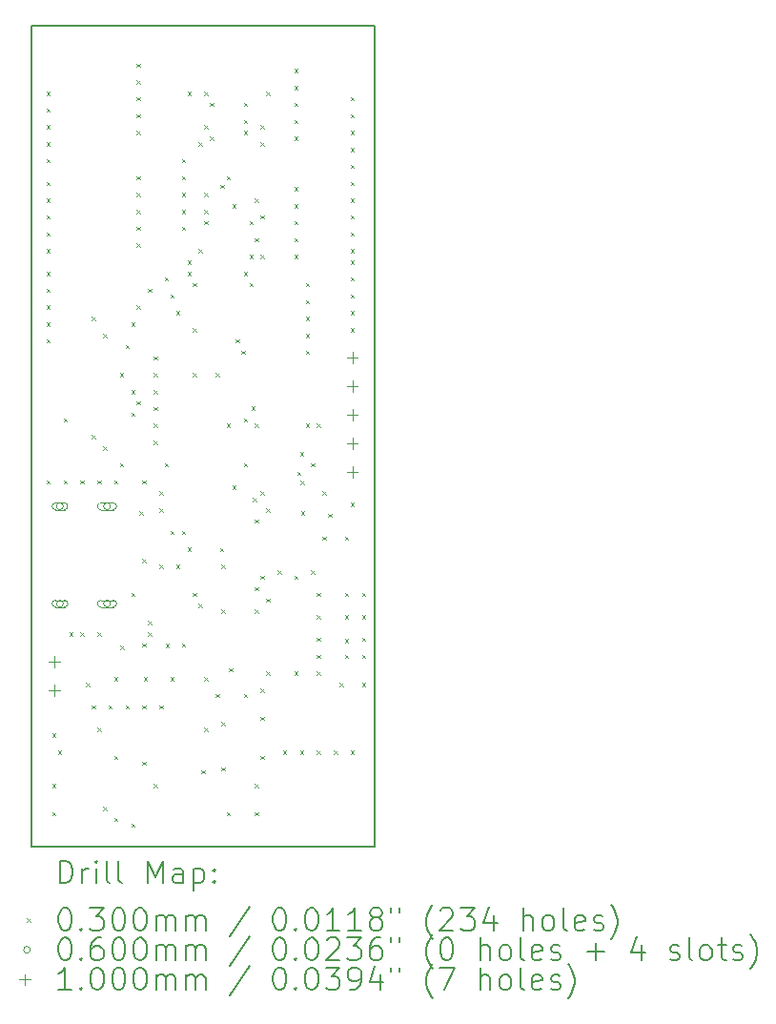
<source format=gbr>
%TF.GenerationSoftware,KiCad,Pcbnew,8.0.1*%
%TF.CreationDate,2025-06-08T13:02:29-04:00*%
%TF.ProjectId,Topaz,546f7061-7a2e-46b6-9963-61645f706362,rev?*%
%TF.SameCoordinates,Original*%
%TF.FileFunction,Drillmap*%
%TF.FilePolarity,Positive*%
%FSLAX45Y45*%
G04 Gerber Fmt 4.5, Leading zero omitted, Abs format (unit mm)*
G04 Created by KiCad (PCBNEW 8.0.1) date 2025-06-08 13:02:29*
%MOMM*%
%LPD*%
G01*
G04 APERTURE LIST*
%ADD10C,0.200000*%
%ADD11C,0.100000*%
G04 APERTURE END LIST*
D10*
X15400000Y-3600000D02*
X18450000Y-3600000D01*
X18450000Y-10892933D01*
X15400000Y-10892933D01*
X15400000Y-3600000D01*
D11*
X15535000Y-4185000D02*
X15565000Y-4215000D01*
X15565000Y-4185000D02*
X15535000Y-4215000D01*
X15535000Y-4335000D02*
X15565000Y-4365000D01*
X15565000Y-4335000D02*
X15535000Y-4365000D01*
X15535000Y-4485000D02*
X15565000Y-4515000D01*
X15565000Y-4485000D02*
X15535000Y-4515000D01*
X15535000Y-4635000D02*
X15565000Y-4665000D01*
X15565000Y-4635000D02*
X15535000Y-4665000D01*
X15535000Y-4785000D02*
X15565000Y-4815000D01*
X15565000Y-4785000D02*
X15535000Y-4815000D01*
X15535000Y-4985000D02*
X15565000Y-5015000D01*
X15565000Y-4985000D02*
X15535000Y-5015000D01*
X15535000Y-5135000D02*
X15565000Y-5165000D01*
X15565000Y-5135000D02*
X15535000Y-5165000D01*
X15535000Y-5285000D02*
X15565000Y-5315000D01*
X15565000Y-5285000D02*
X15535000Y-5315000D01*
X15535000Y-5435000D02*
X15565000Y-5465000D01*
X15565000Y-5435000D02*
X15535000Y-5465000D01*
X15535000Y-5585000D02*
X15565000Y-5615000D01*
X15565000Y-5585000D02*
X15535000Y-5615000D01*
X15535000Y-5785000D02*
X15565000Y-5815000D01*
X15565000Y-5785000D02*
X15535000Y-5815000D01*
X15535000Y-5935000D02*
X15565000Y-5965000D01*
X15565000Y-5935000D02*
X15535000Y-5965000D01*
X15535000Y-6085000D02*
X15565000Y-6115000D01*
X15565000Y-6085000D02*
X15535000Y-6115000D01*
X15535000Y-6235000D02*
X15565000Y-6265000D01*
X15565000Y-6235000D02*
X15535000Y-6265000D01*
X15535000Y-6385000D02*
X15565000Y-6415000D01*
X15565000Y-6385000D02*
X15535000Y-6415000D01*
X15535000Y-7635000D02*
X15565000Y-7665000D01*
X15565000Y-7635000D02*
X15535000Y-7665000D01*
X15585000Y-9885000D02*
X15615000Y-9915000D01*
X15615000Y-9885000D02*
X15585000Y-9915000D01*
X15585000Y-10335000D02*
X15615000Y-10365000D01*
X15615000Y-10335000D02*
X15585000Y-10365000D01*
X15585000Y-10585000D02*
X15615000Y-10615000D01*
X15615000Y-10585000D02*
X15585000Y-10615000D01*
X15635000Y-10035000D02*
X15665000Y-10065000D01*
X15665000Y-10035000D02*
X15635000Y-10065000D01*
X15685000Y-7085000D02*
X15715000Y-7115000D01*
X15715000Y-7085000D02*
X15685000Y-7115000D01*
X15685000Y-7635000D02*
X15715000Y-7665000D01*
X15715000Y-7635000D02*
X15685000Y-7665000D01*
X15735000Y-8985000D02*
X15765000Y-9015000D01*
X15765000Y-8985000D02*
X15735000Y-9015000D01*
X15835000Y-7635000D02*
X15865000Y-7665000D01*
X15865000Y-7635000D02*
X15835000Y-7665000D01*
X15835000Y-8985000D02*
X15865000Y-9015000D01*
X15865000Y-8985000D02*
X15835000Y-9015000D01*
X15885000Y-9435000D02*
X15915000Y-9465000D01*
X15915000Y-9435000D02*
X15885000Y-9465000D01*
X15935000Y-6185000D02*
X15965000Y-6215000D01*
X15965000Y-6185000D02*
X15935000Y-6215000D01*
X15935000Y-7235000D02*
X15965000Y-7265000D01*
X15965000Y-7235000D02*
X15935000Y-7265000D01*
X15935000Y-9635000D02*
X15965000Y-9665000D01*
X15965000Y-9635000D02*
X15935000Y-9665000D01*
X15985000Y-7635000D02*
X16015000Y-7665000D01*
X16015000Y-7635000D02*
X15985000Y-7665000D01*
X15985000Y-8985000D02*
X16015000Y-9015000D01*
X16015000Y-8985000D02*
X15985000Y-9015000D01*
X15985000Y-9835000D02*
X16015000Y-9865000D01*
X16015000Y-9835000D02*
X15985000Y-9865000D01*
X16035000Y-7335000D02*
X16065000Y-7365000D01*
X16065000Y-7335000D02*
X16035000Y-7365000D01*
X16035000Y-10535000D02*
X16065000Y-10565000D01*
X16065000Y-10535000D02*
X16035000Y-10565000D01*
X16037000Y-6335000D02*
X16067000Y-6365000D01*
X16067000Y-6335000D02*
X16037000Y-6365000D01*
X16085000Y-9635000D02*
X16115000Y-9665000D01*
X16115000Y-9635000D02*
X16085000Y-9665000D01*
X16135000Y-7635000D02*
X16165000Y-7665000D01*
X16165000Y-7635000D02*
X16135000Y-7665000D01*
X16135000Y-9385000D02*
X16165000Y-9415000D01*
X16165000Y-9385000D02*
X16135000Y-9415000D01*
X16135000Y-10085000D02*
X16165000Y-10115000D01*
X16165000Y-10085000D02*
X16135000Y-10115000D01*
X16135000Y-10635000D02*
X16165000Y-10665000D01*
X16165000Y-10635000D02*
X16135000Y-10665000D01*
X16185000Y-6685000D02*
X16215000Y-6715000D01*
X16215000Y-6685000D02*
X16185000Y-6715000D01*
X16185000Y-7485000D02*
X16215000Y-7515000D01*
X16215000Y-7485000D02*
X16185000Y-7515000D01*
X16191153Y-9105193D02*
X16221153Y-9135193D01*
X16221153Y-9105193D02*
X16191153Y-9135193D01*
X16235000Y-6435000D02*
X16265000Y-6465000D01*
X16265000Y-6435000D02*
X16235000Y-6465000D01*
X16235000Y-9635000D02*
X16265000Y-9665000D01*
X16265000Y-9635000D02*
X16235000Y-9665000D01*
X16285000Y-6235000D02*
X16315000Y-6265000D01*
X16315000Y-6235000D02*
X16285000Y-6265000D01*
X16285000Y-6835000D02*
X16315000Y-6865000D01*
X16315000Y-6835000D02*
X16285000Y-6865000D01*
X16285000Y-7035000D02*
X16315000Y-7065000D01*
X16315000Y-7035000D02*
X16285000Y-7065000D01*
X16285000Y-8635000D02*
X16315000Y-8665000D01*
X16315000Y-8635000D02*
X16285000Y-8665000D01*
X16285000Y-10685000D02*
X16315000Y-10715000D01*
X16315000Y-10685000D02*
X16285000Y-10715000D01*
X16335000Y-3935000D02*
X16365000Y-3965000D01*
X16365000Y-3935000D02*
X16335000Y-3965000D01*
X16335000Y-4085000D02*
X16365000Y-4115000D01*
X16365000Y-4085000D02*
X16335000Y-4115000D01*
X16335000Y-4235000D02*
X16365000Y-4265000D01*
X16365000Y-4235000D02*
X16335000Y-4265000D01*
X16335000Y-4385000D02*
X16365000Y-4415000D01*
X16365000Y-4385000D02*
X16335000Y-4415000D01*
X16335000Y-4535000D02*
X16365000Y-4565000D01*
X16365000Y-4535000D02*
X16335000Y-4565000D01*
X16335000Y-4935000D02*
X16365000Y-4965000D01*
X16365000Y-4935000D02*
X16335000Y-4965000D01*
X16335000Y-5085000D02*
X16365000Y-5115000D01*
X16365000Y-5085000D02*
X16335000Y-5115000D01*
X16335000Y-5235000D02*
X16365000Y-5265000D01*
X16365000Y-5235000D02*
X16335000Y-5265000D01*
X16335000Y-5385000D02*
X16365000Y-5415000D01*
X16365000Y-5385000D02*
X16335000Y-5415000D01*
X16335000Y-5535000D02*
X16365000Y-5565000D01*
X16365000Y-5535000D02*
X16335000Y-5565000D01*
X16335000Y-6085000D02*
X16365000Y-6115000D01*
X16365000Y-6085000D02*
X16335000Y-6115000D01*
X16335000Y-6935000D02*
X16365000Y-6965000D01*
X16365000Y-6935000D02*
X16335000Y-6965000D01*
X16360000Y-7910000D02*
X16390000Y-7940000D01*
X16390000Y-7910000D02*
X16360000Y-7940000D01*
X16385000Y-7635000D02*
X16415000Y-7665000D01*
X16415000Y-7635000D02*
X16385000Y-7665000D01*
X16385000Y-8335000D02*
X16415000Y-8365000D01*
X16415000Y-8335000D02*
X16385000Y-8365000D01*
X16385000Y-9085000D02*
X16415000Y-9115000D01*
X16415000Y-9085000D02*
X16385000Y-9115000D01*
X16385000Y-9635000D02*
X16415000Y-9665000D01*
X16415000Y-9635000D02*
X16385000Y-9665000D01*
X16385000Y-10135000D02*
X16415000Y-10165000D01*
X16415000Y-10135000D02*
X16385000Y-10165000D01*
X16398233Y-9384677D02*
X16428233Y-9414677D01*
X16428233Y-9384677D02*
X16398233Y-9414677D01*
X16435000Y-5935000D02*
X16465000Y-5965000D01*
X16465000Y-5935000D02*
X16435000Y-5965000D01*
X16435000Y-8885000D02*
X16465000Y-8915000D01*
X16465000Y-8885000D02*
X16435000Y-8915000D01*
X16435000Y-8985000D02*
X16465000Y-9015000D01*
X16465000Y-8985000D02*
X16435000Y-9015000D01*
X16485000Y-6535000D02*
X16515000Y-6565000D01*
X16515000Y-6535000D02*
X16485000Y-6565000D01*
X16485000Y-6685000D02*
X16515000Y-6715000D01*
X16515000Y-6685000D02*
X16485000Y-6715000D01*
X16485000Y-6835000D02*
X16515000Y-6865000D01*
X16515000Y-6835000D02*
X16485000Y-6865000D01*
X16485000Y-6985000D02*
X16515000Y-7015000D01*
X16515000Y-6985000D02*
X16485000Y-7015000D01*
X16485000Y-7135000D02*
X16515000Y-7165000D01*
X16515000Y-7135000D02*
X16485000Y-7165000D01*
X16485000Y-7285000D02*
X16515000Y-7315000D01*
X16515000Y-7285000D02*
X16485000Y-7315000D01*
X16485000Y-10335000D02*
X16515000Y-10365000D01*
X16515000Y-10335000D02*
X16485000Y-10365000D01*
X16535000Y-7735000D02*
X16565000Y-7765000D01*
X16565000Y-7735000D02*
X16535000Y-7765000D01*
X16535000Y-7885000D02*
X16565000Y-7915000D01*
X16565000Y-7885000D02*
X16535000Y-7915000D01*
X16535000Y-8385000D02*
X16565000Y-8415000D01*
X16565000Y-8385000D02*
X16535000Y-8415000D01*
X16535000Y-9635000D02*
X16565000Y-9665000D01*
X16565000Y-9635000D02*
X16535000Y-9665000D01*
X16585000Y-5835000D02*
X16615000Y-5865000D01*
X16615000Y-5835000D02*
X16585000Y-5865000D01*
X16585000Y-7485000D02*
X16615000Y-7515000D01*
X16615000Y-7485000D02*
X16585000Y-7515000D01*
X16592279Y-9089264D02*
X16622279Y-9119264D01*
X16622279Y-9089264D02*
X16592279Y-9119264D01*
X16635000Y-5985000D02*
X16665000Y-6015000D01*
X16665000Y-5985000D02*
X16635000Y-6015000D01*
X16635000Y-8085000D02*
X16665000Y-8115000D01*
X16665000Y-8085000D02*
X16635000Y-8115000D01*
X16635722Y-9384677D02*
X16665722Y-9414677D01*
X16665722Y-9384677D02*
X16635722Y-9414677D01*
X16685000Y-6135000D02*
X16715000Y-6165000D01*
X16715000Y-6135000D02*
X16685000Y-6165000D01*
X16685000Y-8385000D02*
X16715000Y-8415000D01*
X16715000Y-8385000D02*
X16685000Y-8415000D01*
X16735000Y-4785000D02*
X16765000Y-4815000D01*
X16765000Y-4785000D02*
X16735000Y-4815000D01*
X16735000Y-4935000D02*
X16765000Y-4965000D01*
X16765000Y-4935000D02*
X16735000Y-4965000D01*
X16735000Y-5085000D02*
X16765000Y-5115000D01*
X16765000Y-5085000D02*
X16735000Y-5115000D01*
X16735000Y-5235000D02*
X16765000Y-5265000D01*
X16765000Y-5235000D02*
X16735000Y-5265000D01*
X16735000Y-5385000D02*
X16765000Y-5415000D01*
X16765000Y-5385000D02*
X16735000Y-5415000D01*
X16735000Y-8085000D02*
X16765000Y-8115000D01*
X16765000Y-8085000D02*
X16735000Y-8115000D01*
X16735000Y-9085000D02*
X16765000Y-9115000D01*
X16765000Y-9085000D02*
X16735000Y-9115000D01*
X16785000Y-4185000D02*
X16815000Y-4215000D01*
X16815000Y-4185000D02*
X16785000Y-4215000D01*
X16785000Y-5685000D02*
X16815000Y-5715000D01*
X16815000Y-5685000D02*
X16785000Y-5715000D01*
X16785000Y-5785000D02*
X16815000Y-5815000D01*
X16815000Y-5785000D02*
X16785000Y-5815000D01*
X16785000Y-8235000D02*
X16815000Y-8265000D01*
X16815000Y-8235000D02*
X16785000Y-8265000D01*
X16835000Y-5885000D02*
X16865000Y-5915000D01*
X16865000Y-5885000D02*
X16835000Y-5915000D01*
X16835000Y-6285000D02*
X16865000Y-6315000D01*
X16865000Y-6285000D02*
X16835000Y-6315000D01*
X16835000Y-6685000D02*
X16865000Y-6715000D01*
X16865000Y-6685000D02*
X16835000Y-6715000D01*
X16835000Y-8635000D02*
X16865000Y-8665000D01*
X16865000Y-8635000D02*
X16835000Y-8665000D01*
X16885000Y-4635000D02*
X16915000Y-4665000D01*
X16915000Y-4635000D02*
X16885000Y-4665000D01*
X16885000Y-5585000D02*
X16915000Y-5615000D01*
X16915000Y-5585000D02*
X16885000Y-5615000D01*
X16885000Y-8735000D02*
X16915000Y-8765000D01*
X16915000Y-8735000D02*
X16885000Y-8765000D01*
X16910000Y-10210000D02*
X16940000Y-10240000D01*
X16940000Y-10210000D02*
X16910000Y-10240000D01*
X16935000Y-4185000D02*
X16965000Y-4215000D01*
X16965000Y-4185000D02*
X16935000Y-4215000D01*
X16935000Y-4485000D02*
X16965000Y-4515000D01*
X16965000Y-4485000D02*
X16935000Y-4515000D01*
X16935000Y-5085000D02*
X16965000Y-5115000D01*
X16965000Y-5085000D02*
X16935000Y-5115000D01*
X16935000Y-5235000D02*
X16965000Y-5265000D01*
X16965000Y-5235000D02*
X16935000Y-5265000D01*
X16935000Y-5335000D02*
X16965000Y-5365000D01*
X16965000Y-5335000D02*
X16935000Y-5365000D01*
X16935000Y-9385000D02*
X16965000Y-9415000D01*
X16965000Y-9385000D02*
X16935000Y-9415000D01*
X16935000Y-9835000D02*
X16965000Y-9865000D01*
X16965000Y-9835000D02*
X16935000Y-9865000D01*
X16985000Y-4285000D02*
X17015000Y-4315000D01*
X17015000Y-4285000D02*
X16985000Y-4315000D01*
X16985000Y-4585000D02*
X17015000Y-4615000D01*
X17015000Y-4585000D02*
X16985000Y-4615000D01*
X17035000Y-6685000D02*
X17065000Y-6715000D01*
X17065000Y-6685000D02*
X17035000Y-6715000D01*
X17035000Y-9535000D02*
X17065000Y-9565000D01*
X17065000Y-9535000D02*
X17035000Y-9565000D01*
X17074440Y-8236487D02*
X17104440Y-8266487D01*
X17104440Y-8236487D02*
X17074440Y-8266487D01*
X17078210Y-5012685D02*
X17108210Y-5042685D01*
X17108210Y-5012685D02*
X17078210Y-5042685D01*
X17085000Y-8385000D02*
X17115000Y-8415000D01*
X17115000Y-8385000D02*
X17085000Y-8415000D01*
X17085000Y-8785000D02*
X17115000Y-8815000D01*
X17115000Y-8785000D02*
X17085000Y-8815000D01*
X17085000Y-9785000D02*
X17115000Y-9815000D01*
X17115000Y-9785000D02*
X17085000Y-9815000D01*
X17085000Y-10185000D02*
X17115000Y-10215000D01*
X17115000Y-10185000D02*
X17085000Y-10215000D01*
X17135000Y-4935000D02*
X17165000Y-4965000D01*
X17165000Y-4935000D02*
X17135000Y-4965000D01*
X17135000Y-7135000D02*
X17165000Y-7165000D01*
X17165000Y-7135000D02*
X17135000Y-7165000D01*
X17135000Y-10585000D02*
X17165000Y-10615000D01*
X17165000Y-10585000D02*
X17135000Y-10615000D01*
X17154348Y-9304348D02*
X17184348Y-9334348D01*
X17184348Y-9304348D02*
X17154348Y-9334348D01*
X17185000Y-5185000D02*
X17215000Y-5215000D01*
X17215000Y-5185000D02*
X17185000Y-5215000D01*
X17185000Y-7685000D02*
X17215000Y-7715000D01*
X17215000Y-7685000D02*
X17185000Y-7715000D01*
X17216250Y-6385000D02*
X17246250Y-6415000D01*
X17246250Y-6385000D02*
X17216250Y-6415000D01*
X17266250Y-6485947D02*
X17296250Y-6515947D01*
X17296250Y-6485947D02*
X17266250Y-6515947D01*
X17285000Y-4285000D02*
X17315000Y-4315000D01*
X17315000Y-4285000D02*
X17285000Y-4315000D01*
X17285000Y-4435000D02*
X17315000Y-4465000D01*
X17315000Y-4435000D02*
X17285000Y-4465000D01*
X17285000Y-4535000D02*
X17315000Y-4565000D01*
X17315000Y-4535000D02*
X17285000Y-4565000D01*
X17285000Y-5785000D02*
X17315000Y-5815000D01*
X17315000Y-5785000D02*
X17285000Y-5815000D01*
X17285000Y-7085000D02*
X17315000Y-7115000D01*
X17315000Y-7085000D02*
X17285000Y-7115000D01*
X17285000Y-7485000D02*
X17315000Y-7515000D01*
X17315000Y-7485000D02*
X17285000Y-7515000D01*
X17285000Y-9535000D02*
X17315000Y-9565000D01*
X17315000Y-9535000D02*
X17285000Y-9565000D01*
X17335000Y-5335000D02*
X17365000Y-5365000D01*
X17365000Y-5335000D02*
X17335000Y-5365000D01*
X17335000Y-5635000D02*
X17365000Y-5665000D01*
X17365000Y-5635000D02*
X17335000Y-5665000D01*
X17335000Y-5885000D02*
X17365000Y-5915000D01*
X17365000Y-5885000D02*
X17335000Y-5915000D01*
X17352287Y-6979072D02*
X17382287Y-7009072D01*
X17382287Y-6979072D02*
X17352287Y-7009072D01*
X17366513Y-7791462D02*
X17396513Y-7821462D01*
X17396513Y-7791462D02*
X17366513Y-7821462D01*
X17385000Y-5135000D02*
X17415000Y-5165000D01*
X17415000Y-5135000D02*
X17385000Y-5165000D01*
X17385000Y-5485000D02*
X17415000Y-5515000D01*
X17415000Y-5485000D02*
X17385000Y-5515000D01*
X17385000Y-7985000D02*
X17415000Y-8015000D01*
X17415000Y-7985000D02*
X17385000Y-8015000D01*
X17385000Y-8585000D02*
X17415000Y-8615000D01*
X17415000Y-8585000D02*
X17385000Y-8615000D01*
X17385000Y-8785000D02*
X17415000Y-8815000D01*
X17415000Y-8785000D02*
X17385000Y-8815000D01*
X17385000Y-10335000D02*
X17415000Y-10365000D01*
X17415000Y-10335000D02*
X17385000Y-10365000D01*
X17385000Y-10585000D02*
X17415000Y-10615000D01*
X17415000Y-10585000D02*
X17385000Y-10615000D01*
X17385364Y-7135364D02*
X17415364Y-7165364D01*
X17415364Y-7135364D02*
X17385364Y-7165364D01*
X17435000Y-4485000D02*
X17465000Y-4515000D01*
X17465000Y-4485000D02*
X17435000Y-4515000D01*
X17435000Y-4635000D02*
X17465000Y-4665000D01*
X17465000Y-4635000D02*
X17435000Y-4665000D01*
X17435000Y-5285000D02*
X17465000Y-5315000D01*
X17465000Y-5285000D02*
X17435000Y-5315000D01*
X17435000Y-5635000D02*
X17465000Y-5665000D01*
X17465000Y-5635000D02*
X17435000Y-5665000D01*
X17435000Y-7735000D02*
X17465000Y-7765000D01*
X17465000Y-7735000D02*
X17435000Y-7765000D01*
X17435000Y-8485000D02*
X17465000Y-8515000D01*
X17465000Y-8485000D02*
X17435000Y-8515000D01*
X17435000Y-9485000D02*
X17465000Y-9515000D01*
X17465000Y-9485000D02*
X17435000Y-9515000D01*
X17435000Y-9735000D02*
X17465000Y-9765000D01*
X17465000Y-9735000D02*
X17435000Y-9765000D01*
X17435000Y-10085000D02*
X17465000Y-10115000D01*
X17465000Y-10085000D02*
X17435000Y-10115000D01*
X17485000Y-4185000D02*
X17515000Y-4215000D01*
X17515000Y-4185000D02*
X17485000Y-4215000D01*
X17485000Y-7885000D02*
X17515000Y-7915000D01*
X17515000Y-7885000D02*
X17485000Y-7915000D01*
X17485000Y-8685000D02*
X17515000Y-8715000D01*
X17515000Y-8685000D02*
X17485000Y-8715000D01*
X17485000Y-9335000D02*
X17515000Y-9365000D01*
X17515000Y-9335000D02*
X17485000Y-9365000D01*
X17585000Y-8435000D02*
X17615000Y-8465000D01*
X17615000Y-8435000D02*
X17585000Y-8465000D01*
X17635000Y-10035000D02*
X17665000Y-10065000D01*
X17665000Y-10035000D02*
X17635000Y-10065000D01*
X17735000Y-3985000D02*
X17765000Y-4015000D01*
X17765000Y-3985000D02*
X17735000Y-4015000D01*
X17735000Y-4135000D02*
X17765000Y-4165000D01*
X17765000Y-4135000D02*
X17735000Y-4165000D01*
X17735000Y-4285000D02*
X17765000Y-4315000D01*
X17765000Y-4285000D02*
X17735000Y-4315000D01*
X17735000Y-4435000D02*
X17765000Y-4465000D01*
X17765000Y-4435000D02*
X17735000Y-4465000D01*
X17735000Y-4585000D02*
X17765000Y-4615000D01*
X17765000Y-4585000D02*
X17735000Y-4615000D01*
X17735000Y-5035000D02*
X17765000Y-5065000D01*
X17765000Y-5035000D02*
X17735000Y-5065000D01*
X17735000Y-5185000D02*
X17765000Y-5215000D01*
X17765000Y-5185000D02*
X17735000Y-5215000D01*
X17735000Y-5335000D02*
X17765000Y-5365000D01*
X17765000Y-5335000D02*
X17735000Y-5365000D01*
X17735000Y-5485000D02*
X17765000Y-5515000D01*
X17765000Y-5485000D02*
X17735000Y-5515000D01*
X17735000Y-5635000D02*
X17765000Y-5665000D01*
X17765000Y-5635000D02*
X17735000Y-5665000D01*
X17735000Y-8485000D02*
X17765000Y-8515000D01*
X17765000Y-8485000D02*
X17735000Y-8515000D01*
X17735000Y-9335000D02*
X17765000Y-9365000D01*
X17765000Y-9335000D02*
X17735000Y-9365000D01*
X17760505Y-7560505D02*
X17790505Y-7590505D01*
X17790505Y-7560505D02*
X17760505Y-7590505D01*
X17785000Y-7385000D02*
X17815000Y-7415000D01*
X17815000Y-7385000D02*
X17785000Y-7415000D01*
X17785000Y-10035000D02*
X17815000Y-10065000D01*
X17815000Y-10035000D02*
X17785000Y-10065000D01*
X17791820Y-7639197D02*
X17821820Y-7669197D01*
X17821820Y-7639197D02*
X17791820Y-7669197D01*
X17793958Y-7911598D02*
X17823958Y-7941598D01*
X17823958Y-7911598D02*
X17793958Y-7941598D01*
X17835000Y-5885000D02*
X17865000Y-5915000D01*
X17865000Y-5885000D02*
X17835000Y-5915000D01*
X17835000Y-6035000D02*
X17865000Y-6065000D01*
X17865000Y-6035000D02*
X17835000Y-6065000D01*
X17835000Y-6185000D02*
X17865000Y-6215000D01*
X17865000Y-6185000D02*
X17835000Y-6215000D01*
X17835000Y-6335000D02*
X17865000Y-6365000D01*
X17865000Y-6335000D02*
X17835000Y-6365000D01*
X17835000Y-6485000D02*
X17865000Y-6515000D01*
X17865000Y-6485000D02*
X17835000Y-6515000D01*
X17835000Y-7135000D02*
X17865000Y-7165000D01*
X17865000Y-7135000D02*
X17835000Y-7165000D01*
X17885000Y-7485000D02*
X17915000Y-7515000D01*
X17915000Y-7485000D02*
X17885000Y-7515000D01*
X17885000Y-8435000D02*
X17915000Y-8465000D01*
X17915000Y-8435000D02*
X17885000Y-8465000D01*
X17935000Y-7135000D02*
X17965000Y-7165000D01*
X17965000Y-7135000D02*
X17935000Y-7165000D01*
X17935000Y-8635000D02*
X17965000Y-8665000D01*
X17965000Y-8635000D02*
X17935000Y-8665000D01*
X17935000Y-8835000D02*
X17965000Y-8865000D01*
X17965000Y-8835000D02*
X17935000Y-8865000D01*
X17935000Y-9035000D02*
X17965000Y-9065000D01*
X17965000Y-9035000D02*
X17935000Y-9065000D01*
X17935000Y-9185000D02*
X17965000Y-9215000D01*
X17965000Y-9185000D02*
X17935000Y-9215000D01*
X17935000Y-9335000D02*
X17965000Y-9365000D01*
X17965000Y-9335000D02*
X17935000Y-9365000D01*
X17935000Y-10035000D02*
X17965000Y-10065000D01*
X17965000Y-10035000D02*
X17935000Y-10065000D01*
X17985000Y-7735000D02*
X18015000Y-7765000D01*
X18015000Y-7735000D02*
X17985000Y-7765000D01*
X17985000Y-8135000D02*
X18015000Y-8165000D01*
X18015000Y-8135000D02*
X17985000Y-8165000D01*
X18035000Y-7935000D02*
X18065000Y-7965000D01*
X18065000Y-7935000D02*
X18035000Y-7965000D01*
X18085000Y-10035000D02*
X18115000Y-10065000D01*
X18115000Y-10035000D02*
X18085000Y-10065000D01*
X18135000Y-9435000D02*
X18165000Y-9465000D01*
X18165000Y-9435000D02*
X18135000Y-9465000D01*
X18183882Y-9044745D02*
X18213882Y-9074745D01*
X18213882Y-9044745D02*
X18183882Y-9074745D01*
X18185000Y-8135000D02*
X18215000Y-8165000D01*
X18215000Y-8135000D02*
X18185000Y-8165000D01*
X18185000Y-8635000D02*
X18215000Y-8665000D01*
X18215000Y-8635000D02*
X18185000Y-8665000D01*
X18185000Y-8835000D02*
X18215000Y-8865000D01*
X18215000Y-8835000D02*
X18185000Y-8865000D01*
X18185000Y-9185000D02*
X18215000Y-9215000D01*
X18215000Y-9185000D02*
X18185000Y-9215000D01*
X18235000Y-4235000D02*
X18265000Y-4265000D01*
X18265000Y-4235000D02*
X18235000Y-4265000D01*
X18235000Y-4385000D02*
X18265000Y-4415000D01*
X18265000Y-4385000D02*
X18235000Y-4415000D01*
X18235000Y-4535000D02*
X18265000Y-4565000D01*
X18265000Y-4535000D02*
X18235000Y-4565000D01*
X18235000Y-4685000D02*
X18265000Y-4715000D01*
X18265000Y-4685000D02*
X18235000Y-4715000D01*
X18235000Y-4835000D02*
X18265000Y-4865000D01*
X18265000Y-4835000D02*
X18235000Y-4865000D01*
X18235000Y-4985000D02*
X18265000Y-5015000D01*
X18265000Y-4985000D02*
X18235000Y-5015000D01*
X18235000Y-5135000D02*
X18265000Y-5165000D01*
X18265000Y-5135000D02*
X18235000Y-5165000D01*
X18235000Y-5285000D02*
X18265000Y-5315000D01*
X18265000Y-5285000D02*
X18235000Y-5315000D01*
X18235000Y-5435000D02*
X18265000Y-5465000D01*
X18265000Y-5435000D02*
X18235000Y-5465000D01*
X18235000Y-5585000D02*
X18265000Y-5615000D01*
X18265000Y-5585000D02*
X18235000Y-5615000D01*
X18235000Y-5685000D02*
X18265000Y-5715000D01*
X18265000Y-5685000D02*
X18235000Y-5715000D01*
X18235000Y-5835000D02*
X18265000Y-5865000D01*
X18265000Y-5835000D02*
X18235000Y-5865000D01*
X18235000Y-5985000D02*
X18265000Y-6015000D01*
X18265000Y-5985000D02*
X18235000Y-6015000D01*
X18235000Y-6135000D02*
X18265000Y-6165000D01*
X18265000Y-6135000D02*
X18235000Y-6165000D01*
X18235000Y-6285000D02*
X18265000Y-6315000D01*
X18265000Y-6285000D02*
X18235000Y-6315000D01*
X18235000Y-7835000D02*
X18265000Y-7865000D01*
X18265000Y-7835000D02*
X18235000Y-7865000D01*
X18235000Y-10035000D02*
X18265000Y-10065000D01*
X18265000Y-10035000D02*
X18235000Y-10065000D01*
X18335000Y-8635000D02*
X18365000Y-8665000D01*
X18365000Y-8635000D02*
X18335000Y-8665000D01*
X18335000Y-8835000D02*
X18365000Y-8865000D01*
X18365000Y-8835000D02*
X18335000Y-8865000D01*
X18335000Y-9035000D02*
X18365000Y-9065000D01*
X18365000Y-9035000D02*
X18335000Y-9065000D01*
X18335000Y-9185000D02*
X18365000Y-9215000D01*
X18365000Y-9185000D02*
X18335000Y-9215000D01*
X18335000Y-9435000D02*
X18365000Y-9465000D01*
X18365000Y-9435000D02*
X18335000Y-9465000D01*
X15683345Y-7867965D02*
G75*
G02*
X15623345Y-7867965I-30000J0D01*
G01*
X15623345Y-7867965D02*
G75*
G02*
X15683345Y-7867965I30000J0D01*
G01*
X15693345Y-7837965D02*
X15613345Y-7837965D01*
X15613345Y-7897965D02*
G75*
G02*
X15613345Y-7837965I0J30000D01*
G01*
X15613345Y-7897965D02*
X15693345Y-7897965D01*
X15693345Y-7897965D02*
G75*
G03*
X15693345Y-7837965I0J30000D01*
G01*
X15683345Y-8731965D02*
G75*
G02*
X15623345Y-8731965I-30000J0D01*
G01*
X15623345Y-8731965D02*
G75*
G02*
X15683345Y-8731965I30000J0D01*
G01*
X15693345Y-8701965D02*
X15613345Y-8701965D01*
X15613345Y-8761965D02*
G75*
G02*
X15613345Y-8701965I0J30000D01*
G01*
X15613345Y-8761965D02*
X15693345Y-8761965D01*
X15693345Y-8761965D02*
G75*
G03*
X15693345Y-8701965I0J30000D01*
G01*
X16101345Y-7867965D02*
G75*
G02*
X16041345Y-7867965I-30000J0D01*
G01*
X16041345Y-7867965D02*
G75*
G02*
X16101345Y-7867965I30000J0D01*
G01*
X16126345Y-7837965D02*
X16016345Y-7837965D01*
X16016345Y-7897965D02*
G75*
G02*
X16016345Y-7837965I0J30000D01*
G01*
X16016345Y-7897965D02*
X16126345Y-7897965D01*
X16126345Y-7897965D02*
G75*
G03*
X16126345Y-7837965I0J30000D01*
G01*
X16101345Y-8731965D02*
G75*
G02*
X16041345Y-8731965I-30000J0D01*
G01*
X16041345Y-8731965D02*
G75*
G02*
X16101345Y-8731965I30000J0D01*
G01*
X16126345Y-8701965D02*
X16016345Y-8701965D01*
X16016345Y-8761965D02*
G75*
G02*
X16016345Y-8701965I0J30000D01*
G01*
X16016345Y-8761965D02*
X16126345Y-8761965D01*
X16126345Y-8761965D02*
G75*
G03*
X16126345Y-8701965I0J30000D01*
G01*
X15600000Y-9196000D02*
X15600000Y-9296000D01*
X15550000Y-9246000D02*
X15650000Y-9246000D01*
X15600000Y-9450000D02*
X15600000Y-9550000D01*
X15550000Y-9500000D02*
X15650000Y-9500000D01*
X18250000Y-6500000D02*
X18250000Y-6600000D01*
X18200000Y-6550000D02*
X18300000Y-6550000D01*
X18250000Y-6754000D02*
X18250000Y-6854000D01*
X18200000Y-6804000D02*
X18300000Y-6804000D01*
X18250000Y-7008000D02*
X18250000Y-7108000D01*
X18200000Y-7058000D02*
X18300000Y-7058000D01*
X18250000Y-7262000D02*
X18250000Y-7362000D01*
X18200000Y-7312000D02*
X18300000Y-7312000D01*
X18250000Y-7516000D02*
X18250000Y-7616000D01*
X18200000Y-7566000D02*
X18300000Y-7566000D01*
D10*
X15650777Y-11214416D02*
X15650777Y-11014417D01*
X15650777Y-11014417D02*
X15698396Y-11014417D01*
X15698396Y-11014417D02*
X15726967Y-11023940D01*
X15726967Y-11023940D02*
X15746015Y-11042988D01*
X15746015Y-11042988D02*
X15755539Y-11062036D01*
X15755539Y-11062036D02*
X15765062Y-11100131D01*
X15765062Y-11100131D02*
X15765062Y-11128702D01*
X15765062Y-11128702D02*
X15755539Y-11166797D01*
X15755539Y-11166797D02*
X15746015Y-11185845D01*
X15746015Y-11185845D02*
X15726967Y-11204893D01*
X15726967Y-11204893D02*
X15698396Y-11214416D01*
X15698396Y-11214416D02*
X15650777Y-11214416D01*
X15850777Y-11214416D02*
X15850777Y-11081083D01*
X15850777Y-11119178D02*
X15860301Y-11100131D01*
X15860301Y-11100131D02*
X15869824Y-11090607D01*
X15869824Y-11090607D02*
X15888872Y-11081083D01*
X15888872Y-11081083D02*
X15907920Y-11081083D01*
X15974586Y-11214416D02*
X15974586Y-11081083D01*
X15974586Y-11014417D02*
X15965062Y-11023940D01*
X15965062Y-11023940D02*
X15974586Y-11033464D01*
X15974586Y-11033464D02*
X15984110Y-11023940D01*
X15984110Y-11023940D02*
X15974586Y-11014417D01*
X15974586Y-11014417D02*
X15974586Y-11033464D01*
X16098396Y-11214416D02*
X16079348Y-11204893D01*
X16079348Y-11204893D02*
X16069824Y-11185845D01*
X16069824Y-11185845D02*
X16069824Y-11014417D01*
X16203158Y-11214416D02*
X16184110Y-11204893D01*
X16184110Y-11204893D02*
X16174586Y-11185845D01*
X16174586Y-11185845D02*
X16174586Y-11014417D01*
X16431729Y-11214416D02*
X16431729Y-11014417D01*
X16431729Y-11014417D02*
X16498396Y-11157274D01*
X16498396Y-11157274D02*
X16565062Y-11014417D01*
X16565062Y-11014417D02*
X16565062Y-11214416D01*
X16746015Y-11214416D02*
X16746015Y-11109655D01*
X16746015Y-11109655D02*
X16736491Y-11090607D01*
X16736491Y-11090607D02*
X16717443Y-11081083D01*
X16717443Y-11081083D02*
X16679348Y-11081083D01*
X16679348Y-11081083D02*
X16660301Y-11090607D01*
X16746015Y-11204893D02*
X16726967Y-11214416D01*
X16726967Y-11214416D02*
X16679348Y-11214416D01*
X16679348Y-11214416D02*
X16660301Y-11204893D01*
X16660301Y-11204893D02*
X16650777Y-11185845D01*
X16650777Y-11185845D02*
X16650777Y-11166797D01*
X16650777Y-11166797D02*
X16660301Y-11147750D01*
X16660301Y-11147750D02*
X16679348Y-11138226D01*
X16679348Y-11138226D02*
X16726967Y-11138226D01*
X16726967Y-11138226D02*
X16746015Y-11128702D01*
X16841253Y-11081083D02*
X16841253Y-11281083D01*
X16841253Y-11090607D02*
X16860301Y-11081083D01*
X16860301Y-11081083D02*
X16898396Y-11081083D01*
X16898396Y-11081083D02*
X16917444Y-11090607D01*
X16917444Y-11090607D02*
X16926967Y-11100131D01*
X16926967Y-11100131D02*
X16936491Y-11119178D01*
X16936491Y-11119178D02*
X16936491Y-11176321D01*
X16936491Y-11176321D02*
X16926967Y-11195369D01*
X16926967Y-11195369D02*
X16917444Y-11204893D01*
X16917444Y-11204893D02*
X16898396Y-11214416D01*
X16898396Y-11214416D02*
X16860301Y-11214416D01*
X16860301Y-11214416D02*
X16841253Y-11204893D01*
X17022205Y-11195369D02*
X17031729Y-11204893D01*
X17031729Y-11204893D02*
X17022205Y-11214416D01*
X17022205Y-11214416D02*
X17012682Y-11204893D01*
X17012682Y-11204893D02*
X17022205Y-11195369D01*
X17022205Y-11195369D02*
X17022205Y-11214416D01*
X17022205Y-11090607D02*
X17031729Y-11100131D01*
X17031729Y-11100131D02*
X17022205Y-11109655D01*
X17022205Y-11109655D02*
X17012682Y-11100131D01*
X17012682Y-11100131D02*
X17022205Y-11090607D01*
X17022205Y-11090607D02*
X17022205Y-11109655D01*
D11*
X15360000Y-11527933D02*
X15390000Y-11557933D01*
X15390000Y-11527933D02*
X15360000Y-11557933D01*
D10*
X15688872Y-11434416D02*
X15707920Y-11434416D01*
X15707920Y-11434416D02*
X15726967Y-11443940D01*
X15726967Y-11443940D02*
X15736491Y-11453464D01*
X15736491Y-11453464D02*
X15746015Y-11472512D01*
X15746015Y-11472512D02*
X15755539Y-11510607D01*
X15755539Y-11510607D02*
X15755539Y-11558226D01*
X15755539Y-11558226D02*
X15746015Y-11596321D01*
X15746015Y-11596321D02*
X15736491Y-11615369D01*
X15736491Y-11615369D02*
X15726967Y-11624893D01*
X15726967Y-11624893D02*
X15707920Y-11634416D01*
X15707920Y-11634416D02*
X15688872Y-11634416D01*
X15688872Y-11634416D02*
X15669824Y-11624893D01*
X15669824Y-11624893D02*
X15660301Y-11615369D01*
X15660301Y-11615369D02*
X15650777Y-11596321D01*
X15650777Y-11596321D02*
X15641253Y-11558226D01*
X15641253Y-11558226D02*
X15641253Y-11510607D01*
X15641253Y-11510607D02*
X15650777Y-11472512D01*
X15650777Y-11472512D02*
X15660301Y-11453464D01*
X15660301Y-11453464D02*
X15669824Y-11443940D01*
X15669824Y-11443940D02*
X15688872Y-11434416D01*
X15841253Y-11615369D02*
X15850777Y-11624893D01*
X15850777Y-11624893D02*
X15841253Y-11634416D01*
X15841253Y-11634416D02*
X15831729Y-11624893D01*
X15831729Y-11624893D02*
X15841253Y-11615369D01*
X15841253Y-11615369D02*
X15841253Y-11634416D01*
X15917443Y-11434416D02*
X16041253Y-11434416D01*
X16041253Y-11434416D02*
X15974586Y-11510607D01*
X15974586Y-11510607D02*
X16003158Y-11510607D01*
X16003158Y-11510607D02*
X16022205Y-11520131D01*
X16022205Y-11520131D02*
X16031729Y-11529655D01*
X16031729Y-11529655D02*
X16041253Y-11548702D01*
X16041253Y-11548702D02*
X16041253Y-11596321D01*
X16041253Y-11596321D02*
X16031729Y-11615369D01*
X16031729Y-11615369D02*
X16022205Y-11624893D01*
X16022205Y-11624893D02*
X16003158Y-11634416D01*
X16003158Y-11634416D02*
X15946015Y-11634416D01*
X15946015Y-11634416D02*
X15926967Y-11624893D01*
X15926967Y-11624893D02*
X15917443Y-11615369D01*
X16165062Y-11434416D02*
X16184110Y-11434416D01*
X16184110Y-11434416D02*
X16203158Y-11443940D01*
X16203158Y-11443940D02*
X16212682Y-11453464D01*
X16212682Y-11453464D02*
X16222205Y-11472512D01*
X16222205Y-11472512D02*
X16231729Y-11510607D01*
X16231729Y-11510607D02*
X16231729Y-11558226D01*
X16231729Y-11558226D02*
X16222205Y-11596321D01*
X16222205Y-11596321D02*
X16212682Y-11615369D01*
X16212682Y-11615369D02*
X16203158Y-11624893D01*
X16203158Y-11624893D02*
X16184110Y-11634416D01*
X16184110Y-11634416D02*
X16165062Y-11634416D01*
X16165062Y-11634416D02*
X16146015Y-11624893D01*
X16146015Y-11624893D02*
X16136491Y-11615369D01*
X16136491Y-11615369D02*
X16126967Y-11596321D01*
X16126967Y-11596321D02*
X16117443Y-11558226D01*
X16117443Y-11558226D02*
X16117443Y-11510607D01*
X16117443Y-11510607D02*
X16126967Y-11472512D01*
X16126967Y-11472512D02*
X16136491Y-11453464D01*
X16136491Y-11453464D02*
X16146015Y-11443940D01*
X16146015Y-11443940D02*
X16165062Y-11434416D01*
X16355539Y-11434416D02*
X16374586Y-11434416D01*
X16374586Y-11434416D02*
X16393634Y-11443940D01*
X16393634Y-11443940D02*
X16403158Y-11453464D01*
X16403158Y-11453464D02*
X16412682Y-11472512D01*
X16412682Y-11472512D02*
X16422205Y-11510607D01*
X16422205Y-11510607D02*
X16422205Y-11558226D01*
X16422205Y-11558226D02*
X16412682Y-11596321D01*
X16412682Y-11596321D02*
X16403158Y-11615369D01*
X16403158Y-11615369D02*
X16393634Y-11624893D01*
X16393634Y-11624893D02*
X16374586Y-11634416D01*
X16374586Y-11634416D02*
X16355539Y-11634416D01*
X16355539Y-11634416D02*
X16336491Y-11624893D01*
X16336491Y-11624893D02*
X16326967Y-11615369D01*
X16326967Y-11615369D02*
X16317443Y-11596321D01*
X16317443Y-11596321D02*
X16307920Y-11558226D01*
X16307920Y-11558226D02*
X16307920Y-11510607D01*
X16307920Y-11510607D02*
X16317443Y-11472512D01*
X16317443Y-11472512D02*
X16326967Y-11453464D01*
X16326967Y-11453464D02*
X16336491Y-11443940D01*
X16336491Y-11443940D02*
X16355539Y-11434416D01*
X16507920Y-11634416D02*
X16507920Y-11501083D01*
X16507920Y-11520131D02*
X16517443Y-11510607D01*
X16517443Y-11510607D02*
X16536491Y-11501083D01*
X16536491Y-11501083D02*
X16565063Y-11501083D01*
X16565063Y-11501083D02*
X16584110Y-11510607D01*
X16584110Y-11510607D02*
X16593634Y-11529655D01*
X16593634Y-11529655D02*
X16593634Y-11634416D01*
X16593634Y-11529655D02*
X16603158Y-11510607D01*
X16603158Y-11510607D02*
X16622205Y-11501083D01*
X16622205Y-11501083D02*
X16650777Y-11501083D01*
X16650777Y-11501083D02*
X16669824Y-11510607D01*
X16669824Y-11510607D02*
X16679348Y-11529655D01*
X16679348Y-11529655D02*
X16679348Y-11634416D01*
X16774586Y-11634416D02*
X16774586Y-11501083D01*
X16774586Y-11520131D02*
X16784110Y-11510607D01*
X16784110Y-11510607D02*
X16803158Y-11501083D01*
X16803158Y-11501083D02*
X16831729Y-11501083D01*
X16831729Y-11501083D02*
X16850777Y-11510607D01*
X16850777Y-11510607D02*
X16860301Y-11529655D01*
X16860301Y-11529655D02*
X16860301Y-11634416D01*
X16860301Y-11529655D02*
X16869825Y-11510607D01*
X16869825Y-11510607D02*
X16888872Y-11501083D01*
X16888872Y-11501083D02*
X16917444Y-11501083D01*
X16917444Y-11501083D02*
X16936491Y-11510607D01*
X16936491Y-11510607D02*
X16946015Y-11529655D01*
X16946015Y-11529655D02*
X16946015Y-11634416D01*
X17336491Y-11424893D02*
X17165063Y-11682035D01*
X17593634Y-11434416D02*
X17612682Y-11434416D01*
X17612682Y-11434416D02*
X17631729Y-11443940D01*
X17631729Y-11443940D02*
X17641253Y-11453464D01*
X17641253Y-11453464D02*
X17650777Y-11472512D01*
X17650777Y-11472512D02*
X17660301Y-11510607D01*
X17660301Y-11510607D02*
X17660301Y-11558226D01*
X17660301Y-11558226D02*
X17650777Y-11596321D01*
X17650777Y-11596321D02*
X17641253Y-11615369D01*
X17641253Y-11615369D02*
X17631729Y-11624893D01*
X17631729Y-11624893D02*
X17612682Y-11634416D01*
X17612682Y-11634416D02*
X17593634Y-11634416D01*
X17593634Y-11634416D02*
X17574587Y-11624893D01*
X17574587Y-11624893D02*
X17565063Y-11615369D01*
X17565063Y-11615369D02*
X17555539Y-11596321D01*
X17555539Y-11596321D02*
X17546015Y-11558226D01*
X17546015Y-11558226D02*
X17546015Y-11510607D01*
X17546015Y-11510607D02*
X17555539Y-11472512D01*
X17555539Y-11472512D02*
X17565063Y-11453464D01*
X17565063Y-11453464D02*
X17574587Y-11443940D01*
X17574587Y-11443940D02*
X17593634Y-11434416D01*
X17746015Y-11615369D02*
X17755539Y-11624893D01*
X17755539Y-11624893D02*
X17746015Y-11634416D01*
X17746015Y-11634416D02*
X17736491Y-11624893D01*
X17736491Y-11624893D02*
X17746015Y-11615369D01*
X17746015Y-11615369D02*
X17746015Y-11634416D01*
X17879348Y-11434416D02*
X17898396Y-11434416D01*
X17898396Y-11434416D02*
X17917444Y-11443940D01*
X17917444Y-11443940D02*
X17926968Y-11453464D01*
X17926968Y-11453464D02*
X17936491Y-11472512D01*
X17936491Y-11472512D02*
X17946015Y-11510607D01*
X17946015Y-11510607D02*
X17946015Y-11558226D01*
X17946015Y-11558226D02*
X17936491Y-11596321D01*
X17936491Y-11596321D02*
X17926968Y-11615369D01*
X17926968Y-11615369D02*
X17917444Y-11624893D01*
X17917444Y-11624893D02*
X17898396Y-11634416D01*
X17898396Y-11634416D02*
X17879348Y-11634416D01*
X17879348Y-11634416D02*
X17860301Y-11624893D01*
X17860301Y-11624893D02*
X17850777Y-11615369D01*
X17850777Y-11615369D02*
X17841253Y-11596321D01*
X17841253Y-11596321D02*
X17831729Y-11558226D01*
X17831729Y-11558226D02*
X17831729Y-11510607D01*
X17831729Y-11510607D02*
X17841253Y-11472512D01*
X17841253Y-11472512D02*
X17850777Y-11453464D01*
X17850777Y-11453464D02*
X17860301Y-11443940D01*
X17860301Y-11443940D02*
X17879348Y-11434416D01*
X18136491Y-11634416D02*
X18022206Y-11634416D01*
X18079348Y-11634416D02*
X18079348Y-11434416D01*
X18079348Y-11434416D02*
X18060301Y-11462988D01*
X18060301Y-11462988D02*
X18041253Y-11482035D01*
X18041253Y-11482035D02*
X18022206Y-11491559D01*
X18326968Y-11634416D02*
X18212682Y-11634416D01*
X18269825Y-11634416D02*
X18269825Y-11434416D01*
X18269825Y-11434416D02*
X18250777Y-11462988D01*
X18250777Y-11462988D02*
X18231729Y-11482035D01*
X18231729Y-11482035D02*
X18212682Y-11491559D01*
X18441253Y-11520131D02*
X18422206Y-11510607D01*
X18422206Y-11510607D02*
X18412682Y-11501083D01*
X18412682Y-11501083D02*
X18403158Y-11482035D01*
X18403158Y-11482035D02*
X18403158Y-11472512D01*
X18403158Y-11472512D02*
X18412682Y-11453464D01*
X18412682Y-11453464D02*
X18422206Y-11443940D01*
X18422206Y-11443940D02*
X18441253Y-11434416D01*
X18441253Y-11434416D02*
X18479349Y-11434416D01*
X18479349Y-11434416D02*
X18498396Y-11443940D01*
X18498396Y-11443940D02*
X18507920Y-11453464D01*
X18507920Y-11453464D02*
X18517444Y-11472512D01*
X18517444Y-11472512D02*
X18517444Y-11482035D01*
X18517444Y-11482035D02*
X18507920Y-11501083D01*
X18507920Y-11501083D02*
X18498396Y-11510607D01*
X18498396Y-11510607D02*
X18479349Y-11520131D01*
X18479349Y-11520131D02*
X18441253Y-11520131D01*
X18441253Y-11520131D02*
X18422206Y-11529655D01*
X18422206Y-11529655D02*
X18412682Y-11539178D01*
X18412682Y-11539178D02*
X18403158Y-11558226D01*
X18403158Y-11558226D02*
X18403158Y-11596321D01*
X18403158Y-11596321D02*
X18412682Y-11615369D01*
X18412682Y-11615369D02*
X18422206Y-11624893D01*
X18422206Y-11624893D02*
X18441253Y-11634416D01*
X18441253Y-11634416D02*
X18479349Y-11634416D01*
X18479349Y-11634416D02*
X18498396Y-11624893D01*
X18498396Y-11624893D02*
X18507920Y-11615369D01*
X18507920Y-11615369D02*
X18517444Y-11596321D01*
X18517444Y-11596321D02*
X18517444Y-11558226D01*
X18517444Y-11558226D02*
X18507920Y-11539178D01*
X18507920Y-11539178D02*
X18498396Y-11529655D01*
X18498396Y-11529655D02*
X18479349Y-11520131D01*
X18593634Y-11434416D02*
X18593634Y-11472512D01*
X18669825Y-11434416D02*
X18669825Y-11472512D01*
X18965063Y-11710607D02*
X18955539Y-11701083D01*
X18955539Y-11701083D02*
X18936491Y-11672512D01*
X18936491Y-11672512D02*
X18926968Y-11653464D01*
X18926968Y-11653464D02*
X18917444Y-11624893D01*
X18917444Y-11624893D02*
X18907920Y-11577274D01*
X18907920Y-11577274D02*
X18907920Y-11539178D01*
X18907920Y-11539178D02*
X18917444Y-11491559D01*
X18917444Y-11491559D02*
X18926968Y-11462988D01*
X18926968Y-11462988D02*
X18936491Y-11443940D01*
X18936491Y-11443940D02*
X18955539Y-11415369D01*
X18955539Y-11415369D02*
X18965063Y-11405845D01*
X19031730Y-11453464D02*
X19041253Y-11443940D01*
X19041253Y-11443940D02*
X19060301Y-11434416D01*
X19060301Y-11434416D02*
X19107920Y-11434416D01*
X19107920Y-11434416D02*
X19126968Y-11443940D01*
X19126968Y-11443940D02*
X19136491Y-11453464D01*
X19136491Y-11453464D02*
X19146015Y-11472512D01*
X19146015Y-11472512D02*
X19146015Y-11491559D01*
X19146015Y-11491559D02*
X19136491Y-11520131D01*
X19136491Y-11520131D02*
X19022206Y-11634416D01*
X19022206Y-11634416D02*
X19146015Y-11634416D01*
X19212682Y-11434416D02*
X19336491Y-11434416D01*
X19336491Y-11434416D02*
X19269825Y-11510607D01*
X19269825Y-11510607D02*
X19298396Y-11510607D01*
X19298396Y-11510607D02*
X19317444Y-11520131D01*
X19317444Y-11520131D02*
X19326968Y-11529655D01*
X19326968Y-11529655D02*
X19336491Y-11548702D01*
X19336491Y-11548702D02*
X19336491Y-11596321D01*
X19336491Y-11596321D02*
X19326968Y-11615369D01*
X19326968Y-11615369D02*
X19317444Y-11624893D01*
X19317444Y-11624893D02*
X19298396Y-11634416D01*
X19298396Y-11634416D02*
X19241253Y-11634416D01*
X19241253Y-11634416D02*
X19222206Y-11624893D01*
X19222206Y-11624893D02*
X19212682Y-11615369D01*
X19507920Y-11501083D02*
X19507920Y-11634416D01*
X19460301Y-11424893D02*
X19412682Y-11567750D01*
X19412682Y-11567750D02*
X19536491Y-11567750D01*
X19765063Y-11634416D02*
X19765063Y-11434416D01*
X19850777Y-11634416D02*
X19850777Y-11529655D01*
X19850777Y-11529655D02*
X19841253Y-11510607D01*
X19841253Y-11510607D02*
X19822206Y-11501083D01*
X19822206Y-11501083D02*
X19793634Y-11501083D01*
X19793634Y-11501083D02*
X19774587Y-11510607D01*
X19774587Y-11510607D02*
X19765063Y-11520131D01*
X19974587Y-11634416D02*
X19955539Y-11624893D01*
X19955539Y-11624893D02*
X19946015Y-11615369D01*
X19946015Y-11615369D02*
X19936492Y-11596321D01*
X19936492Y-11596321D02*
X19936492Y-11539178D01*
X19936492Y-11539178D02*
X19946015Y-11520131D01*
X19946015Y-11520131D02*
X19955539Y-11510607D01*
X19955539Y-11510607D02*
X19974587Y-11501083D01*
X19974587Y-11501083D02*
X20003158Y-11501083D01*
X20003158Y-11501083D02*
X20022206Y-11510607D01*
X20022206Y-11510607D02*
X20031730Y-11520131D01*
X20031730Y-11520131D02*
X20041253Y-11539178D01*
X20041253Y-11539178D02*
X20041253Y-11596321D01*
X20041253Y-11596321D02*
X20031730Y-11615369D01*
X20031730Y-11615369D02*
X20022206Y-11624893D01*
X20022206Y-11624893D02*
X20003158Y-11634416D01*
X20003158Y-11634416D02*
X19974587Y-11634416D01*
X20155539Y-11634416D02*
X20136492Y-11624893D01*
X20136492Y-11624893D02*
X20126968Y-11605845D01*
X20126968Y-11605845D02*
X20126968Y-11434416D01*
X20307920Y-11624893D02*
X20288873Y-11634416D01*
X20288873Y-11634416D02*
X20250777Y-11634416D01*
X20250777Y-11634416D02*
X20231730Y-11624893D01*
X20231730Y-11624893D02*
X20222206Y-11605845D01*
X20222206Y-11605845D02*
X20222206Y-11529655D01*
X20222206Y-11529655D02*
X20231730Y-11510607D01*
X20231730Y-11510607D02*
X20250777Y-11501083D01*
X20250777Y-11501083D02*
X20288873Y-11501083D01*
X20288873Y-11501083D02*
X20307920Y-11510607D01*
X20307920Y-11510607D02*
X20317444Y-11529655D01*
X20317444Y-11529655D02*
X20317444Y-11548702D01*
X20317444Y-11548702D02*
X20222206Y-11567750D01*
X20393634Y-11624893D02*
X20412682Y-11634416D01*
X20412682Y-11634416D02*
X20450777Y-11634416D01*
X20450777Y-11634416D02*
X20469825Y-11624893D01*
X20469825Y-11624893D02*
X20479349Y-11605845D01*
X20479349Y-11605845D02*
X20479349Y-11596321D01*
X20479349Y-11596321D02*
X20469825Y-11577274D01*
X20469825Y-11577274D02*
X20450777Y-11567750D01*
X20450777Y-11567750D02*
X20422206Y-11567750D01*
X20422206Y-11567750D02*
X20403158Y-11558226D01*
X20403158Y-11558226D02*
X20393634Y-11539178D01*
X20393634Y-11539178D02*
X20393634Y-11529655D01*
X20393634Y-11529655D02*
X20403158Y-11510607D01*
X20403158Y-11510607D02*
X20422206Y-11501083D01*
X20422206Y-11501083D02*
X20450777Y-11501083D01*
X20450777Y-11501083D02*
X20469825Y-11510607D01*
X20546015Y-11710607D02*
X20555539Y-11701083D01*
X20555539Y-11701083D02*
X20574587Y-11672512D01*
X20574587Y-11672512D02*
X20584111Y-11653464D01*
X20584111Y-11653464D02*
X20593634Y-11624893D01*
X20593634Y-11624893D02*
X20603158Y-11577274D01*
X20603158Y-11577274D02*
X20603158Y-11539178D01*
X20603158Y-11539178D02*
X20593634Y-11491559D01*
X20593634Y-11491559D02*
X20584111Y-11462988D01*
X20584111Y-11462988D02*
X20574587Y-11443940D01*
X20574587Y-11443940D02*
X20555539Y-11415369D01*
X20555539Y-11415369D02*
X20546015Y-11405845D01*
D11*
X15390000Y-11806933D02*
G75*
G02*
X15330000Y-11806933I-30000J0D01*
G01*
X15330000Y-11806933D02*
G75*
G02*
X15390000Y-11806933I30000J0D01*
G01*
D10*
X15688872Y-11698416D02*
X15707920Y-11698416D01*
X15707920Y-11698416D02*
X15726967Y-11707940D01*
X15726967Y-11707940D02*
X15736491Y-11717464D01*
X15736491Y-11717464D02*
X15746015Y-11736512D01*
X15746015Y-11736512D02*
X15755539Y-11774607D01*
X15755539Y-11774607D02*
X15755539Y-11822226D01*
X15755539Y-11822226D02*
X15746015Y-11860321D01*
X15746015Y-11860321D02*
X15736491Y-11879369D01*
X15736491Y-11879369D02*
X15726967Y-11888893D01*
X15726967Y-11888893D02*
X15707920Y-11898416D01*
X15707920Y-11898416D02*
X15688872Y-11898416D01*
X15688872Y-11898416D02*
X15669824Y-11888893D01*
X15669824Y-11888893D02*
X15660301Y-11879369D01*
X15660301Y-11879369D02*
X15650777Y-11860321D01*
X15650777Y-11860321D02*
X15641253Y-11822226D01*
X15641253Y-11822226D02*
X15641253Y-11774607D01*
X15641253Y-11774607D02*
X15650777Y-11736512D01*
X15650777Y-11736512D02*
X15660301Y-11717464D01*
X15660301Y-11717464D02*
X15669824Y-11707940D01*
X15669824Y-11707940D02*
X15688872Y-11698416D01*
X15841253Y-11879369D02*
X15850777Y-11888893D01*
X15850777Y-11888893D02*
X15841253Y-11898416D01*
X15841253Y-11898416D02*
X15831729Y-11888893D01*
X15831729Y-11888893D02*
X15841253Y-11879369D01*
X15841253Y-11879369D02*
X15841253Y-11898416D01*
X16022205Y-11698416D02*
X15984110Y-11698416D01*
X15984110Y-11698416D02*
X15965062Y-11707940D01*
X15965062Y-11707940D02*
X15955539Y-11717464D01*
X15955539Y-11717464D02*
X15936491Y-11746035D01*
X15936491Y-11746035D02*
X15926967Y-11784131D01*
X15926967Y-11784131D02*
X15926967Y-11860321D01*
X15926967Y-11860321D02*
X15936491Y-11879369D01*
X15936491Y-11879369D02*
X15946015Y-11888893D01*
X15946015Y-11888893D02*
X15965062Y-11898416D01*
X15965062Y-11898416D02*
X16003158Y-11898416D01*
X16003158Y-11898416D02*
X16022205Y-11888893D01*
X16022205Y-11888893D02*
X16031729Y-11879369D01*
X16031729Y-11879369D02*
X16041253Y-11860321D01*
X16041253Y-11860321D02*
X16041253Y-11812702D01*
X16041253Y-11812702D02*
X16031729Y-11793655D01*
X16031729Y-11793655D02*
X16022205Y-11784131D01*
X16022205Y-11784131D02*
X16003158Y-11774607D01*
X16003158Y-11774607D02*
X15965062Y-11774607D01*
X15965062Y-11774607D02*
X15946015Y-11784131D01*
X15946015Y-11784131D02*
X15936491Y-11793655D01*
X15936491Y-11793655D02*
X15926967Y-11812702D01*
X16165062Y-11698416D02*
X16184110Y-11698416D01*
X16184110Y-11698416D02*
X16203158Y-11707940D01*
X16203158Y-11707940D02*
X16212682Y-11717464D01*
X16212682Y-11717464D02*
X16222205Y-11736512D01*
X16222205Y-11736512D02*
X16231729Y-11774607D01*
X16231729Y-11774607D02*
X16231729Y-11822226D01*
X16231729Y-11822226D02*
X16222205Y-11860321D01*
X16222205Y-11860321D02*
X16212682Y-11879369D01*
X16212682Y-11879369D02*
X16203158Y-11888893D01*
X16203158Y-11888893D02*
X16184110Y-11898416D01*
X16184110Y-11898416D02*
X16165062Y-11898416D01*
X16165062Y-11898416D02*
X16146015Y-11888893D01*
X16146015Y-11888893D02*
X16136491Y-11879369D01*
X16136491Y-11879369D02*
X16126967Y-11860321D01*
X16126967Y-11860321D02*
X16117443Y-11822226D01*
X16117443Y-11822226D02*
X16117443Y-11774607D01*
X16117443Y-11774607D02*
X16126967Y-11736512D01*
X16126967Y-11736512D02*
X16136491Y-11717464D01*
X16136491Y-11717464D02*
X16146015Y-11707940D01*
X16146015Y-11707940D02*
X16165062Y-11698416D01*
X16355539Y-11698416D02*
X16374586Y-11698416D01*
X16374586Y-11698416D02*
X16393634Y-11707940D01*
X16393634Y-11707940D02*
X16403158Y-11717464D01*
X16403158Y-11717464D02*
X16412682Y-11736512D01*
X16412682Y-11736512D02*
X16422205Y-11774607D01*
X16422205Y-11774607D02*
X16422205Y-11822226D01*
X16422205Y-11822226D02*
X16412682Y-11860321D01*
X16412682Y-11860321D02*
X16403158Y-11879369D01*
X16403158Y-11879369D02*
X16393634Y-11888893D01*
X16393634Y-11888893D02*
X16374586Y-11898416D01*
X16374586Y-11898416D02*
X16355539Y-11898416D01*
X16355539Y-11898416D02*
X16336491Y-11888893D01*
X16336491Y-11888893D02*
X16326967Y-11879369D01*
X16326967Y-11879369D02*
X16317443Y-11860321D01*
X16317443Y-11860321D02*
X16307920Y-11822226D01*
X16307920Y-11822226D02*
X16307920Y-11774607D01*
X16307920Y-11774607D02*
X16317443Y-11736512D01*
X16317443Y-11736512D02*
X16326967Y-11717464D01*
X16326967Y-11717464D02*
X16336491Y-11707940D01*
X16336491Y-11707940D02*
X16355539Y-11698416D01*
X16507920Y-11898416D02*
X16507920Y-11765083D01*
X16507920Y-11784131D02*
X16517443Y-11774607D01*
X16517443Y-11774607D02*
X16536491Y-11765083D01*
X16536491Y-11765083D02*
X16565063Y-11765083D01*
X16565063Y-11765083D02*
X16584110Y-11774607D01*
X16584110Y-11774607D02*
X16593634Y-11793655D01*
X16593634Y-11793655D02*
X16593634Y-11898416D01*
X16593634Y-11793655D02*
X16603158Y-11774607D01*
X16603158Y-11774607D02*
X16622205Y-11765083D01*
X16622205Y-11765083D02*
X16650777Y-11765083D01*
X16650777Y-11765083D02*
X16669824Y-11774607D01*
X16669824Y-11774607D02*
X16679348Y-11793655D01*
X16679348Y-11793655D02*
X16679348Y-11898416D01*
X16774586Y-11898416D02*
X16774586Y-11765083D01*
X16774586Y-11784131D02*
X16784110Y-11774607D01*
X16784110Y-11774607D02*
X16803158Y-11765083D01*
X16803158Y-11765083D02*
X16831729Y-11765083D01*
X16831729Y-11765083D02*
X16850777Y-11774607D01*
X16850777Y-11774607D02*
X16860301Y-11793655D01*
X16860301Y-11793655D02*
X16860301Y-11898416D01*
X16860301Y-11793655D02*
X16869825Y-11774607D01*
X16869825Y-11774607D02*
X16888872Y-11765083D01*
X16888872Y-11765083D02*
X16917444Y-11765083D01*
X16917444Y-11765083D02*
X16936491Y-11774607D01*
X16936491Y-11774607D02*
X16946015Y-11793655D01*
X16946015Y-11793655D02*
X16946015Y-11898416D01*
X17336491Y-11688893D02*
X17165063Y-11946035D01*
X17593634Y-11698416D02*
X17612682Y-11698416D01*
X17612682Y-11698416D02*
X17631729Y-11707940D01*
X17631729Y-11707940D02*
X17641253Y-11717464D01*
X17641253Y-11717464D02*
X17650777Y-11736512D01*
X17650777Y-11736512D02*
X17660301Y-11774607D01*
X17660301Y-11774607D02*
X17660301Y-11822226D01*
X17660301Y-11822226D02*
X17650777Y-11860321D01*
X17650777Y-11860321D02*
X17641253Y-11879369D01*
X17641253Y-11879369D02*
X17631729Y-11888893D01*
X17631729Y-11888893D02*
X17612682Y-11898416D01*
X17612682Y-11898416D02*
X17593634Y-11898416D01*
X17593634Y-11898416D02*
X17574587Y-11888893D01*
X17574587Y-11888893D02*
X17565063Y-11879369D01*
X17565063Y-11879369D02*
X17555539Y-11860321D01*
X17555539Y-11860321D02*
X17546015Y-11822226D01*
X17546015Y-11822226D02*
X17546015Y-11774607D01*
X17546015Y-11774607D02*
X17555539Y-11736512D01*
X17555539Y-11736512D02*
X17565063Y-11717464D01*
X17565063Y-11717464D02*
X17574587Y-11707940D01*
X17574587Y-11707940D02*
X17593634Y-11698416D01*
X17746015Y-11879369D02*
X17755539Y-11888893D01*
X17755539Y-11888893D02*
X17746015Y-11898416D01*
X17746015Y-11898416D02*
X17736491Y-11888893D01*
X17736491Y-11888893D02*
X17746015Y-11879369D01*
X17746015Y-11879369D02*
X17746015Y-11898416D01*
X17879348Y-11698416D02*
X17898396Y-11698416D01*
X17898396Y-11698416D02*
X17917444Y-11707940D01*
X17917444Y-11707940D02*
X17926968Y-11717464D01*
X17926968Y-11717464D02*
X17936491Y-11736512D01*
X17936491Y-11736512D02*
X17946015Y-11774607D01*
X17946015Y-11774607D02*
X17946015Y-11822226D01*
X17946015Y-11822226D02*
X17936491Y-11860321D01*
X17936491Y-11860321D02*
X17926968Y-11879369D01*
X17926968Y-11879369D02*
X17917444Y-11888893D01*
X17917444Y-11888893D02*
X17898396Y-11898416D01*
X17898396Y-11898416D02*
X17879348Y-11898416D01*
X17879348Y-11898416D02*
X17860301Y-11888893D01*
X17860301Y-11888893D02*
X17850777Y-11879369D01*
X17850777Y-11879369D02*
X17841253Y-11860321D01*
X17841253Y-11860321D02*
X17831729Y-11822226D01*
X17831729Y-11822226D02*
X17831729Y-11774607D01*
X17831729Y-11774607D02*
X17841253Y-11736512D01*
X17841253Y-11736512D02*
X17850777Y-11717464D01*
X17850777Y-11717464D02*
X17860301Y-11707940D01*
X17860301Y-11707940D02*
X17879348Y-11698416D01*
X18022206Y-11717464D02*
X18031729Y-11707940D01*
X18031729Y-11707940D02*
X18050777Y-11698416D01*
X18050777Y-11698416D02*
X18098396Y-11698416D01*
X18098396Y-11698416D02*
X18117444Y-11707940D01*
X18117444Y-11707940D02*
X18126968Y-11717464D01*
X18126968Y-11717464D02*
X18136491Y-11736512D01*
X18136491Y-11736512D02*
X18136491Y-11755559D01*
X18136491Y-11755559D02*
X18126968Y-11784131D01*
X18126968Y-11784131D02*
X18012682Y-11898416D01*
X18012682Y-11898416D02*
X18136491Y-11898416D01*
X18203158Y-11698416D02*
X18326968Y-11698416D01*
X18326968Y-11698416D02*
X18260301Y-11774607D01*
X18260301Y-11774607D02*
X18288872Y-11774607D01*
X18288872Y-11774607D02*
X18307920Y-11784131D01*
X18307920Y-11784131D02*
X18317444Y-11793655D01*
X18317444Y-11793655D02*
X18326968Y-11812702D01*
X18326968Y-11812702D02*
X18326968Y-11860321D01*
X18326968Y-11860321D02*
X18317444Y-11879369D01*
X18317444Y-11879369D02*
X18307920Y-11888893D01*
X18307920Y-11888893D02*
X18288872Y-11898416D01*
X18288872Y-11898416D02*
X18231729Y-11898416D01*
X18231729Y-11898416D02*
X18212682Y-11888893D01*
X18212682Y-11888893D02*
X18203158Y-11879369D01*
X18498396Y-11698416D02*
X18460301Y-11698416D01*
X18460301Y-11698416D02*
X18441253Y-11707940D01*
X18441253Y-11707940D02*
X18431729Y-11717464D01*
X18431729Y-11717464D02*
X18412682Y-11746035D01*
X18412682Y-11746035D02*
X18403158Y-11784131D01*
X18403158Y-11784131D02*
X18403158Y-11860321D01*
X18403158Y-11860321D02*
X18412682Y-11879369D01*
X18412682Y-11879369D02*
X18422206Y-11888893D01*
X18422206Y-11888893D02*
X18441253Y-11898416D01*
X18441253Y-11898416D02*
X18479349Y-11898416D01*
X18479349Y-11898416D02*
X18498396Y-11888893D01*
X18498396Y-11888893D02*
X18507920Y-11879369D01*
X18507920Y-11879369D02*
X18517444Y-11860321D01*
X18517444Y-11860321D02*
X18517444Y-11812702D01*
X18517444Y-11812702D02*
X18507920Y-11793655D01*
X18507920Y-11793655D02*
X18498396Y-11784131D01*
X18498396Y-11784131D02*
X18479349Y-11774607D01*
X18479349Y-11774607D02*
X18441253Y-11774607D01*
X18441253Y-11774607D02*
X18422206Y-11784131D01*
X18422206Y-11784131D02*
X18412682Y-11793655D01*
X18412682Y-11793655D02*
X18403158Y-11812702D01*
X18593634Y-11698416D02*
X18593634Y-11736512D01*
X18669825Y-11698416D02*
X18669825Y-11736512D01*
X18965063Y-11974607D02*
X18955539Y-11965083D01*
X18955539Y-11965083D02*
X18936491Y-11936512D01*
X18936491Y-11936512D02*
X18926968Y-11917464D01*
X18926968Y-11917464D02*
X18917444Y-11888893D01*
X18917444Y-11888893D02*
X18907920Y-11841274D01*
X18907920Y-11841274D02*
X18907920Y-11803178D01*
X18907920Y-11803178D02*
X18917444Y-11755559D01*
X18917444Y-11755559D02*
X18926968Y-11726988D01*
X18926968Y-11726988D02*
X18936491Y-11707940D01*
X18936491Y-11707940D02*
X18955539Y-11679369D01*
X18955539Y-11679369D02*
X18965063Y-11669845D01*
X19079349Y-11698416D02*
X19098396Y-11698416D01*
X19098396Y-11698416D02*
X19117444Y-11707940D01*
X19117444Y-11707940D02*
X19126968Y-11717464D01*
X19126968Y-11717464D02*
X19136491Y-11736512D01*
X19136491Y-11736512D02*
X19146015Y-11774607D01*
X19146015Y-11774607D02*
X19146015Y-11822226D01*
X19146015Y-11822226D02*
X19136491Y-11860321D01*
X19136491Y-11860321D02*
X19126968Y-11879369D01*
X19126968Y-11879369D02*
X19117444Y-11888893D01*
X19117444Y-11888893D02*
X19098396Y-11898416D01*
X19098396Y-11898416D02*
X19079349Y-11898416D01*
X19079349Y-11898416D02*
X19060301Y-11888893D01*
X19060301Y-11888893D02*
X19050777Y-11879369D01*
X19050777Y-11879369D02*
X19041253Y-11860321D01*
X19041253Y-11860321D02*
X19031730Y-11822226D01*
X19031730Y-11822226D02*
X19031730Y-11774607D01*
X19031730Y-11774607D02*
X19041253Y-11736512D01*
X19041253Y-11736512D02*
X19050777Y-11717464D01*
X19050777Y-11717464D02*
X19060301Y-11707940D01*
X19060301Y-11707940D02*
X19079349Y-11698416D01*
X19384111Y-11898416D02*
X19384111Y-11698416D01*
X19469825Y-11898416D02*
X19469825Y-11793655D01*
X19469825Y-11793655D02*
X19460301Y-11774607D01*
X19460301Y-11774607D02*
X19441253Y-11765083D01*
X19441253Y-11765083D02*
X19412682Y-11765083D01*
X19412682Y-11765083D02*
X19393634Y-11774607D01*
X19393634Y-11774607D02*
X19384111Y-11784131D01*
X19593634Y-11898416D02*
X19574587Y-11888893D01*
X19574587Y-11888893D02*
X19565063Y-11879369D01*
X19565063Y-11879369D02*
X19555539Y-11860321D01*
X19555539Y-11860321D02*
X19555539Y-11803178D01*
X19555539Y-11803178D02*
X19565063Y-11784131D01*
X19565063Y-11784131D02*
X19574587Y-11774607D01*
X19574587Y-11774607D02*
X19593634Y-11765083D01*
X19593634Y-11765083D02*
X19622206Y-11765083D01*
X19622206Y-11765083D02*
X19641253Y-11774607D01*
X19641253Y-11774607D02*
X19650777Y-11784131D01*
X19650777Y-11784131D02*
X19660301Y-11803178D01*
X19660301Y-11803178D02*
X19660301Y-11860321D01*
X19660301Y-11860321D02*
X19650777Y-11879369D01*
X19650777Y-11879369D02*
X19641253Y-11888893D01*
X19641253Y-11888893D02*
X19622206Y-11898416D01*
X19622206Y-11898416D02*
X19593634Y-11898416D01*
X19774587Y-11898416D02*
X19755539Y-11888893D01*
X19755539Y-11888893D02*
X19746015Y-11869845D01*
X19746015Y-11869845D02*
X19746015Y-11698416D01*
X19926968Y-11888893D02*
X19907920Y-11898416D01*
X19907920Y-11898416D02*
X19869825Y-11898416D01*
X19869825Y-11898416D02*
X19850777Y-11888893D01*
X19850777Y-11888893D02*
X19841253Y-11869845D01*
X19841253Y-11869845D02*
X19841253Y-11793655D01*
X19841253Y-11793655D02*
X19850777Y-11774607D01*
X19850777Y-11774607D02*
X19869825Y-11765083D01*
X19869825Y-11765083D02*
X19907920Y-11765083D01*
X19907920Y-11765083D02*
X19926968Y-11774607D01*
X19926968Y-11774607D02*
X19936492Y-11793655D01*
X19936492Y-11793655D02*
X19936492Y-11812702D01*
X19936492Y-11812702D02*
X19841253Y-11831750D01*
X20012682Y-11888893D02*
X20031730Y-11898416D01*
X20031730Y-11898416D02*
X20069825Y-11898416D01*
X20069825Y-11898416D02*
X20088873Y-11888893D01*
X20088873Y-11888893D02*
X20098396Y-11869845D01*
X20098396Y-11869845D02*
X20098396Y-11860321D01*
X20098396Y-11860321D02*
X20088873Y-11841274D01*
X20088873Y-11841274D02*
X20069825Y-11831750D01*
X20069825Y-11831750D02*
X20041253Y-11831750D01*
X20041253Y-11831750D02*
X20022206Y-11822226D01*
X20022206Y-11822226D02*
X20012682Y-11803178D01*
X20012682Y-11803178D02*
X20012682Y-11793655D01*
X20012682Y-11793655D02*
X20022206Y-11774607D01*
X20022206Y-11774607D02*
X20041253Y-11765083D01*
X20041253Y-11765083D02*
X20069825Y-11765083D01*
X20069825Y-11765083D02*
X20088873Y-11774607D01*
X20336492Y-11822226D02*
X20488873Y-11822226D01*
X20412682Y-11898416D02*
X20412682Y-11746035D01*
X20822206Y-11765083D02*
X20822206Y-11898416D01*
X20774587Y-11688893D02*
X20726968Y-11831750D01*
X20726968Y-11831750D02*
X20850777Y-11831750D01*
X21069825Y-11888893D02*
X21088873Y-11898416D01*
X21088873Y-11898416D02*
X21126968Y-11898416D01*
X21126968Y-11898416D02*
X21146016Y-11888893D01*
X21146016Y-11888893D02*
X21155539Y-11869845D01*
X21155539Y-11869845D02*
X21155539Y-11860321D01*
X21155539Y-11860321D02*
X21146016Y-11841274D01*
X21146016Y-11841274D02*
X21126968Y-11831750D01*
X21126968Y-11831750D02*
X21098396Y-11831750D01*
X21098396Y-11831750D02*
X21079349Y-11822226D01*
X21079349Y-11822226D02*
X21069825Y-11803178D01*
X21069825Y-11803178D02*
X21069825Y-11793655D01*
X21069825Y-11793655D02*
X21079349Y-11774607D01*
X21079349Y-11774607D02*
X21098396Y-11765083D01*
X21098396Y-11765083D02*
X21126968Y-11765083D01*
X21126968Y-11765083D02*
X21146016Y-11774607D01*
X21269825Y-11898416D02*
X21250777Y-11888893D01*
X21250777Y-11888893D02*
X21241254Y-11869845D01*
X21241254Y-11869845D02*
X21241254Y-11698416D01*
X21374587Y-11898416D02*
X21355539Y-11888893D01*
X21355539Y-11888893D02*
X21346016Y-11879369D01*
X21346016Y-11879369D02*
X21336492Y-11860321D01*
X21336492Y-11860321D02*
X21336492Y-11803178D01*
X21336492Y-11803178D02*
X21346016Y-11784131D01*
X21346016Y-11784131D02*
X21355539Y-11774607D01*
X21355539Y-11774607D02*
X21374587Y-11765083D01*
X21374587Y-11765083D02*
X21403158Y-11765083D01*
X21403158Y-11765083D02*
X21422206Y-11774607D01*
X21422206Y-11774607D02*
X21431730Y-11784131D01*
X21431730Y-11784131D02*
X21441254Y-11803178D01*
X21441254Y-11803178D02*
X21441254Y-11860321D01*
X21441254Y-11860321D02*
X21431730Y-11879369D01*
X21431730Y-11879369D02*
X21422206Y-11888893D01*
X21422206Y-11888893D02*
X21403158Y-11898416D01*
X21403158Y-11898416D02*
X21374587Y-11898416D01*
X21498397Y-11765083D02*
X21574587Y-11765083D01*
X21526968Y-11698416D02*
X21526968Y-11869845D01*
X21526968Y-11869845D02*
X21536492Y-11888893D01*
X21536492Y-11888893D02*
X21555539Y-11898416D01*
X21555539Y-11898416D02*
X21574587Y-11898416D01*
X21631730Y-11888893D02*
X21650777Y-11898416D01*
X21650777Y-11898416D02*
X21688873Y-11898416D01*
X21688873Y-11898416D02*
X21707920Y-11888893D01*
X21707920Y-11888893D02*
X21717444Y-11869845D01*
X21717444Y-11869845D02*
X21717444Y-11860321D01*
X21717444Y-11860321D02*
X21707920Y-11841274D01*
X21707920Y-11841274D02*
X21688873Y-11831750D01*
X21688873Y-11831750D02*
X21660301Y-11831750D01*
X21660301Y-11831750D02*
X21641254Y-11822226D01*
X21641254Y-11822226D02*
X21631730Y-11803178D01*
X21631730Y-11803178D02*
X21631730Y-11793655D01*
X21631730Y-11793655D02*
X21641254Y-11774607D01*
X21641254Y-11774607D02*
X21660301Y-11765083D01*
X21660301Y-11765083D02*
X21688873Y-11765083D01*
X21688873Y-11765083D02*
X21707920Y-11774607D01*
X21784111Y-11974607D02*
X21793635Y-11965083D01*
X21793635Y-11965083D02*
X21812682Y-11936512D01*
X21812682Y-11936512D02*
X21822206Y-11917464D01*
X21822206Y-11917464D02*
X21831730Y-11888893D01*
X21831730Y-11888893D02*
X21841254Y-11841274D01*
X21841254Y-11841274D02*
X21841254Y-11803178D01*
X21841254Y-11803178D02*
X21831730Y-11755559D01*
X21831730Y-11755559D02*
X21822206Y-11726988D01*
X21822206Y-11726988D02*
X21812682Y-11707940D01*
X21812682Y-11707940D02*
X21793635Y-11679369D01*
X21793635Y-11679369D02*
X21784111Y-11669845D01*
D11*
X15340000Y-12020933D02*
X15340000Y-12120933D01*
X15290000Y-12070933D02*
X15390000Y-12070933D01*
D10*
X15755539Y-12162416D02*
X15641253Y-12162416D01*
X15698396Y-12162416D02*
X15698396Y-11962416D01*
X15698396Y-11962416D02*
X15679348Y-11990988D01*
X15679348Y-11990988D02*
X15660301Y-12010035D01*
X15660301Y-12010035D02*
X15641253Y-12019559D01*
X15841253Y-12143369D02*
X15850777Y-12152893D01*
X15850777Y-12152893D02*
X15841253Y-12162416D01*
X15841253Y-12162416D02*
X15831729Y-12152893D01*
X15831729Y-12152893D02*
X15841253Y-12143369D01*
X15841253Y-12143369D02*
X15841253Y-12162416D01*
X15974586Y-11962416D02*
X15993634Y-11962416D01*
X15993634Y-11962416D02*
X16012682Y-11971940D01*
X16012682Y-11971940D02*
X16022205Y-11981464D01*
X16022205Y-11981464D02*
X16031729Y-12000512D01*
X16031729Y-12000512D02*
X16041253Y-12038607D01*
X16041253Y-12038607D02*
X16041253Y-12086226D01*
X16041253Y-12086226D02*
X16031729Y-12124321D01*
X16031729Y-12124321D02*
X16022205Y-12143369D01*
X16022205Y-12143369D02*
X16012682Y-12152893D01*
X16012682Y-12152893D02*
X15993634Y-12162416D01*
X15993634Y-12162416D02*
X15974586Y-12162416D01*
X15974586Y-12162416D02*
X15955539Y-12152893D01*
X15955539Y-12152893D02*
X15946015Y-12143369D01*
X15946015Y-12143369D02*
X15936491Y-12124321D01*
X15936491Y-12124321D02*
X15926967Y-12086226D01*
X15926967Y-12086226D02*
X15926967Y-12038607D01*
X15926967Y-12038607D02*
X15936491Y-12000512D01*
X15936491Y-12000512D02*
X15946015Y-11981464D01*
X15946015Y-11981464D02*
X15955539Y-11971940D01*
X15955539Y-11971940D02*
X15974586Y-11962416D01*
X16165062Y-11962416D02*
X16184110Y-11962416D01*
X16184110Y-11962416D02*
X16203158Y-11971940D01*
X16203158Y-11971940D02*
X16212682Y-11981464D01*
X16212682Y-11981464D02*
X16222205Y-12000512D01*
X16222205Y-12000512D02*
X16231729Y-12038607D01*
X16231729Y-12038607D02*
X16231729Y-12086226D01*
X16231729Y-12086226D02*
X16222205Y-12124321D01*
X16222205Y-12124321D02*
X16212682Y-12143369D01*
X16212682Y-12143369D02*
X16203158Y-12152893D01*
X16203158Y-12152893D02*
X16184110Y-12162416D01*
X16184110Y-12162416D02*
X16165062Y-12162416D01*
X16165062Y-12162416D02*
X16146015Y-12152893D01*
X16146015Y-12152893D02*
X16136491Y-12143369D01*
X16136491Y-12143369D02*
X16126967Y-12124321D01*
X16126967Y-12124321D02*
X16117443Y-12086226D01*
X16117443Y-12086226D02*
X16117443Y-12038607D01*
X16117443Y-12038607D02*
X16126967Y-12000512D01*
X16126967Y-12000512D02*
X16136491Y-11981464D01*
X16136491Y-11981464D02*
X16146015Y-11971940D01*
X16146015Y-11971940D02*
X16165062Y-11962416D01*
X16355539Y-11962416D02*
X16374586Y-11962416D01*
X16374586Y-11962416D02*
X16393634Y-11971940D01*
X16393634Y-11971940D02*
X16403158Y-11981464D01*
X16403158Y-11981464D02*
X16412682Y-12000512D01*
X16412682Y-12000512D02*
X16422205Y-12038607D01*
X16422205Y-12038607D02*
X16422205Y-12086226D01*
X16422205Y-12086226D02*
X16412682Y-12124321D01*
X16412682Y-12124321D02*
X16403158Y-12143369D01*
X16403158Y-12143369D02*
X16393634Y-12152893D01*
X16393634Y-12152893D02*
X16374586Y-12162416D01*
X16374586Y-12162416D02*
X16355539Y-12162416D01*
X16355539Y-12162416D02*
X16336491Y-12152893D01*
X16336491Y-12152893D02*
X16326967Y-12143369D01*
X16326967Y-12143369D02*
X16317443Y-12124321D01*
X16317443Y-12124321D02*
X16307920Y-12086226D01*
X16307920Y-12086226D02*
X16307920Y-12038607D01*
X16307920Y-12038607D02*
X16317443Y-12000512D01*
X16317443Y-12000512D02*
X16326967Y-11981464D01*
X16326967Y-11981464D02*
X16336491Y-11971940D01*
X16336491Y-11971940D02*
X16355539Y-11962416D01*
X16507920Y-12162416D02*
X16507920Y-12029083D01*
X16507920Y-12048131D02*
X16517443Y-12038607D01*
X16517443Y-12038607D02*
X16536491Y-12029083D01*
X16536491Y-12029083D02*
X16565063Y-12029083D01*
X16565063Y-12029083D02*
X16584110Y-12038607D01*
X16584110Y-12038607D02*
X16593634Y-12057655D01*
X16593634Y-12057655D02*
X16593634Y-12162416D01*
X16593634Y-12057655D02*
X16603158Y-12038607D01*
X16603158Y-12038607D02*
X16622205Y-12029083D01*
X16622205Y-12029083D02*
X16650777Y-12029083D01*
X16650777Y-12029083D02*
X16669824Y-12038607D01*
X16669824Y-12038607D02*
X16679348Y-12057655D01*
X16679348Y-12057655D02*
X16679348Y-12162416D01*
X16774586Y-12162416D02*
X16774586Y-12029083D01*
X16774586Y-12048131D02*
X16784110Y-12038607D01*
X16784110Y-12038607D02*
X16803158Y-12029083D01*
X16803158Y-12029083D02*
X16831729Y-12029083D01*
X16831729Y-12029083D02*
X16850777Y-12038607D01*
X16850777Y-12038607D02*
X16860301Y-12057655D01*
X16860301Y-12057655D02*
X16860301Y-12162416D01*
X16860301Y-12057655D02*
X16869825Y-12038607D01*
X16869825Y-12038607D02*
X16888872Y-12029083D01*
X16888872Y-12029083D02*
X16917444Y-12029083D01*
X16917444Y-12029083D02*
X16936491Y-12038607D01*
X16936491Y-12038607D02*
X16946015Y-12057655D01*
X16946015Y-12057655D02*
X16946015Y-12162416D01*
X17336491Y-11952893D02*
X17165063Y-12210035D01*
X17593634Y-11962416D02*
X17612682Y-11962416D01*
X17612682Y-11962416D02*
X17631729Y-11971940D01*
X17631729Y-11971940D02*
X17641253Y-11981464D01*
X17641253Y-11981464D02*
X17650777Y-12000512D01*
X17650777Y-12000512D02*
X17660301Y-12038607D01*
X17660301Y-12038607D02*
X17660301Y-12086226D01*
X17660301Y-12086226D02*
X17650777Y-12124321D01*
X17650777Y-12124321D02*
X17641253Y-12143369D01*
X17641253Y-12143369D02*
X17631729Y-12152893D01*
X17631729Y-12152893D02*
X17612682Y-12162416D01*
X17612682Y-12162416D02*
X17593634Y-12162416D01*
X17593634Y-12162416D02*
X17574587Y-12152893D01*
X17574587Y-12152893D02*
X17565063Y-12143369D01*
X17565063Y-12143369D02*
X17555539Y-12124321D01*
X17555539Y-12124321D02*
X17546015Y-12086226D01*
X17546015Y-12086226D02*
X17546015Y-12038607D01*
X17546015Y-12038607D02*
X17555539Y-12000512D01*
X17555539Y-12000512D02*
X17565063Y-11981464D01*
X17565063Y-11981464D02*
X17574587Y-11971940D01*
X17574587Y-11971940D02*
X17593634Y-11962416D01*
X17746015Y-12143369D02*
X17755539Y-12152893D01*
X17755539Y-12152893D02*
X17746015Y-12162416D01*
X17746015Y-12162416D02*
X17736491Y-12152893D01*
X17736491Y-12152893D02*
X17746015Y-12143369D01*
X17746015Y-12143369D02*
X17746015Y-12162416D01*
X17879348Y-11962416D02*
X17898396Y-11962416D01*
X17898396Y-11962416D02*
X17917444Y-11971940D01*
X17917444Y-11971940D02*
X17926968Y-11981464D01*
X17926968Y-11981464D02*
X17936491Y-12000512D01*
X17936491Y-12000512D02*
X17946015Y-12038607D01*
X17946015Y-12038607D02*
X17946015Y-12086226D01*
X17946015Y-12086226D02*
X17936491Y-12124321D01*
X17936491Y-12124321D02*
X17926968Y-12143369D01*
X17926968Y-12143369D02*
X17917444Y-12152893D01*
X17917444Y-12152893D02*
X17898396Y-12162416D01*
X17898396Y-12162416D02*
X17879348Y-12162416D01*
X17879348Y-12162416D02*
X17860301Y-12152893D01*
X17860301Y-12152893D02*
X17850777Y-12143369D01*
X17850777Y-12143369D02*
X17841253Y-12124321D01*
X17841253Y-12124321D02*
X17831729Y-12086226D01*
X17831729Y-12086226D02*
X17831729Y-12038607D01*
X17831729Y-12038607D02*
X17841253Y-12000512D01*
X17841253Y-12000512D02*
X17850777Y-11981464D01*
X17850777Y-11981464D02*
X17860301Y-11971940D01*
X17860301Y-11971940D02*
X17879348Y-11962416D01*
X18012682Y-11962416D02*
X18136491Y-11962416D01*
X18136491Y-11962416D02*
X18069825Y-12038607D01*
X18069825Y-12038607D02*
X18098396Y-12038607D01*
X18098396Y-12038607D02*
X18117444Y-12048131D01*
X18117444Y-12048131D02*
X18126968Y-12057655D01*
X18126968Y-12057655D02*
X18136491Y-12076702D01*
X18136491Y-12076702D02*
X18136491Y-12124321D01*
X18136491Y-12124321D02*
X18126968Y-12143369D01*
X18126968Y-12143369D02*
X18117444Y-12152893D01*
X18117444Y-12152893D02*
X18098396Y-12162416D01*
X18098396Y-12162416D02*
X18041253Y-12162416D01*
X18041253Y-12162416D02*
X18022206Y-12152893D01*
X18022206Y-12152893D02*
X18012682Y-12143369D01*
X18231729Y-12162416D02*
X18269825Y-12162416D01*
X18269825Y-12162416D02*
X18288872Y-12152893D01*
X18288872Y-12152893D02*
X18298396Y-12143369D01*
X18298396Y-12143369D02*
X18317444Y-12114797D01*
X18317444Y-12114797D02*
X18326968Y-12076702D01*
X18326968Y-12076702D02*
X18326968Y-12000512D01*
X18326968Y-12000512D02*
X18317444Y-11981464D01*
X18317444Y-11981464D02*
X18307920Y-11971940D01*
X18307920Y-11971940D02*
X18288872Y-11962416D01*
X18288872Y-11962416D02*
X18250777Y-11962416D01*
X18250777Y-11962416D02*
X18231729Y-11971940D01*
X18231729Y-11971940D02*
X18222206Y-11981464D01*
X18222206Y-11981464D02*
X18212682Y-12000512D01*
X18212682Y-12000512D02*
X18212682Y-12048131D01*
X18212682Y-12048131D02*
X18222206Y-12067178D01*
X18222206Y-12067178D02*
X18231729Y-12076702D01*
X18231729Y-12076702D02*
X18250777Y-12086226D01*
X18250777Y-12086226D02*
X18288872Y-12086226D01*
X18288872Y-12086226D02*
X18307920Y-12076702D01*
X18307920Y-12076702D02*
X18317444Y-12067178D01*
X18317444Y-12067178D02*
X18326968Y-12048131D01*
X18498396Y-12029083D02*
X18498396Y-12162416D01*
X18450777Y-11952893D02*
X18403158Y-12095750D01*
X18403158Y-12095750D02*
X18526968Y-12095750D01*
X18593634Y-11962416D02*
X18593634Y-12000512D01*
X18669825Y-11962416D02*
X18669825Y-12000512D01*
X18965063Y-12238607D02*
X18955539Y-12229083D01*
X18955539Y-12229083D02*
X18936491Y-12200512D01*
X18936491Y-12200512D02*
X18926968Y-12181464D01*
X18926968Y-12181464D02*
X18917444Y-12152893D01*
X18917444Y-12152893D02*
X18907920Y-12105274D01*
X18907920Y-12105274D02*
X18907920Y-12067178D01*
X18907920Y-12067178D02*
X18917444Y-12019559D01*
X18917444Y-12019559D02*
X18926968Y-11990988D01*
X18926968Y-11990988D02*
X18936491Y-11971940D01*
X18936491Y-11971940D02*
X18955539Y-11943369D01*
X18955539Y-11943369D02*
X18965063Y-11933845D01*
X19022206Y-11962416D02*
X19155539Y-11962416D01*
X19155539Y-11962416D02*
X19069825Y-12162416D01*
X19384111Y-12162416D02*
X19384111Y-11962416D01*
X19469825Y-12162416D02*
X19469825Y-12057655D01*
X19469825Y-12057655D02*
X19460301Y-12038607D01*
X19460301Y-12038607D02*
X19441253Y-12029083D01*
X19441253Y-12029083D02*
X19412682Y-12029083D01*
X19412682Y-12029083D02*
X19393634Y-12038607D01*
X19393634Y-12038607D02*
X19384111Y-12048131D01*
X19593634Y-12162416D02*
X19574587Y-12152893D01*
X19574587Y-12152893D02*
X19565063Y-12143369D01*
X19565063Y-12143369D02*
X19555539Y-12124321D01*
X19555539Y-12124321D02*
X19555539Y-12067178D01*
X19555539Y-12067178D02*
X19565063Y-12048131D01*
X19565063Y-12048131D02*
X19574587Y-12038607D01*
X19574587Y-12038607D02*
X19593634Y-12029083D01*
X19593634Y-12029083D02*
X19622206Y-12029083D01*
X19622206Y-12029083D02*
X19641253Y-12038607D01*
X19641253Y-12038607D02*
X19650777Y-12048131D01*
X19650777Y-12048131D02*
X19660301Y-12067178D01*
X19660301Y-12067178D02*
X19660301Y-12124321D01*
X19660301Y-12124321D02*
X19650777Y-12143369D01*
X19650777Y-12143369D02*
X19641253Y-12152893D01*
X19641253Y-12152893D02*
X19622206Y-12162416D01*
X19622206Y-12162416D02*
X19593634Y-12162416D01*
X19774587Y-12162416D02*
X19755539Y-12152893D01*
X19755539Y-12152893D02*
X19746015Y-12133845D01*
X19746015Y-12133845D02*
X19746015Y-11962416D01*
X19926968Y-12152893D02*
X19907920Y-12162416D01*
X19907920Y-12162416D02*
X19869825Y-12162416D01*
X19869825Y-12162416D02*
X19850777Y-12152893D01*
X19850777Y-12152893D02*
X19841253Y-12133845D01*
X19841253Y-12133845D02*
X19841253Y-12057655D01*
X19841253Y-12057655D02*
X19850777Y-12038607D01*
X19850777Y-12038607D02*
X19869825Y-12029083D01*
X19869825Y-12029083D02*
X19907920Y-12029083D01*
X19907920Y-12029083D02*
X19926968Y-12038607D01*
X19926968Y-12038607D02*
X19936492Y-12057655D01*
X19936492Y-12057655D02*
X19936492Y-12076702D01*
X19936492Y-12076702D02*
X19841253Y-12095750D01*
X20012682Y-12152893D02*
X20031730Y-12162416D01*
X20031730Y-12162416D02*
X20069825Y-12162416D01*
X20069825Y-12162416D02*
X20088873Y-12152893D01*
X20088873Y-12152893D02*
X20098396Y-12133845D01*
X20098396Y-12133845D02*
X20098396Y-12124321D01*
X20098396Y-12124321D02*
X20088873Y-12105274D01*
X20088873Y-12105274D02*
X20069825Y-12095750D01*
X20069825Y-12095750D02*
X20041253Y-12095750D01*
X20041253Y-12095750D02*
X20022206Y-12086226D01*
X20022206Y-12086226D02*
X20012682Y-12067178D01*
X20012682Y-12067178D02*
X20012682Y-12057655D01*
X20012682Y-12057655D02*
X20022206Y-12038607D01*
X20022206Y-12038607D02*
X20041253Y-12029083D01*
X20041253Y-12029083D02*
X20069825Y-12029083D01*
X20069825Y-12029083D02*
X20088873Y-12038607D01*
X20165063Y-12238607D02*
X20174587Y-12229083D01*
X20174587Y-12229083D02*
X20193634Y-12200512D01*
X20193634Y-12200512D02*
X20203158Y-12181464D01*
X20203158Y-12181464D02*
X20212682Y-12152893D01*
X20212682Y-12152893D02*
X20222206Y-12105274D01*
X20222206Y-12105274D02*
X20222206Y-12067178D01*
X20222206Y-12067178D02*
X20212682Y-12019559D01*
X20212682Y-12019559D02*
X20203158Y-11990988D01*
X20203158Y-11990988D02*
X20193634Y-11971940D01*
X20193634Y-11971940D02*
X20174587Y-11943369D01*
X20174587Y-11943369D02*
X20165063Y-11933845D01*
M02*

</source>
